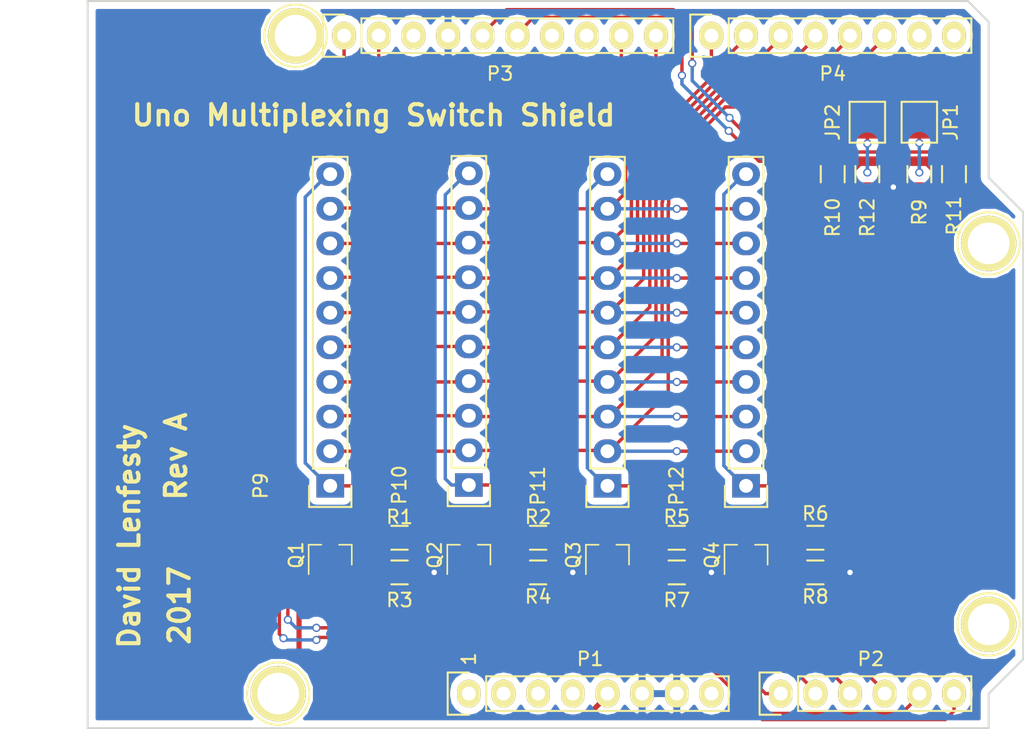
<source format=kicad_pcb>
(kicad_pcb (version 4) (host pcbnew 4.0.6-e0-6349~53~ubuntu16.04.1)

  (general
    (links 74)
    (no_connects 0)
    (area 110.922999 72.949999 179.653001 126.440001)
    (thickness 1.6)
    (drawings 31)
    (tracks 336)
    (zones 0)
    (modules 30)
    (nets 43)
  )

  (page A4)
  (title_block
    (date "lun. 30 mars 2015")
  )

  (layers
    (0 F.Cu signal)
    (31 B.Cu signal)
    (32 B.Adhes user)
    (33 F.Adhes user)
    (34 B.Paste user)
    (35 F.Paste user)
    (36 B.SilkS user)
    (37 F.SilkS user)
    (38 B.Mask user)
    (39 F.Mask user)
    (40 Dwgs.User user)
    (41 Cmts.User user)
    (42 Eco1.User user)
    (43 Eco2.User user)
    (44 Edge.Cuts user)
    (45 Margin user)
    (46 B.CrtYd user)
    (47 F.CrtYd user)
    (48 B.Fab user)
    (49 F.Fab user)
  )

  (setup
    (last_trace_width 0.25)
    (user_trace_width 0.381)
    (trace_clearance 0.2)
    (zone_clearance 0.508)
    (zone_45_only no)
    (trace_min 0.2)
    (segment_width 0.15)
    (edge_width 0.15)
    (via_size 0.6)
    (via_drill 0.4)
    (via_min_size 0.4)
    (via_min_drill 0.3)
    (uvia_size 0.3)
    (uvia_drill 0.1)
    (uvias_allowed no)
    (uvia_min_size 0)
    (uvia_min_drill 0)
    (pcb_text_width 0.3)
    (pcb_text_size 1.5 1.5)
    (mod_edge_width 0.15)
    (mod_text_size 1 1)
    (mod_text_width 0.15)
    (pad_size 4.064 4.064)
    (pad_drill 3.048)
    (pad_to_mask_clearance 0)
    (aux_axis_origin 110.998 126.365)
    (grid_origin 110.998 126.365)
    (visible_elements FFFFFF7F)
    (pcbplotparams
      (layerselection 0x010f0_80000001)
      (usegerberextensions false)
      (excludeedgelayer true)
      (linewidth 0.100000)
      (plotframeref false)
      (viasonmask false)
      (mode 1)
      (useauxorigin false)
      (hpglpennumber 1)
      (hpglpenspeed 20)
      (hpglpendiameter 15)
      (hpglpenoverlay 2)
      (psnegative false)
      (psa4output false)
      (plotreference true)
      (plotvalue true)
      (plotinvisibletext false)
      (padsonsilk false)
      (subtractmaskfromsilk false)
      (outputformat 1)
      (mirror false)
      (drillshape 0)
      (scaleselection 1)
      (outputdirectory Gerbers/))
  )

  (net 0 "")
  (net 1 /IOREF)
  (net 2 /Reset)
  (net 3 +5V)
  (net 4 GND)
  (net 5 /Vin)
  (net 6 /A0)
  (net 7 /A1)
  (net 8 /A2)
  (net 9 /A3)
  (net 10 /AREF)
  (net 11 "/A4(SDA)")
  (net 12 "/A5(SCL)")
  (net 13 "/9(**)")
  (net 14 /8)
  (net 15 /7)
  (net 16 "/6(**)")
  (net 17 "/5(**)")
  (net 18 /4)
  (net 19 "/3(**)")
  (net 20 /2)
  (net 21 "/1(Tx)")
  (net 22 "/0(Rx)")
  (net 23 "Net-(P5-Pad1)")
  (net 24 "Net-(P6-Pad1)")
  (net 25 "Net-(P7-Pad1)")
  (net 26 "Net-(P8-Pad1)")
  (net 27 "/13(SCK)")
  (net 28 "/10(**/SS)")
  (net 29 "Net-(P1-Pad1)")
  (net 30 +3V3)
  (net 31 "/12(MISO)")
  (net 32 "/11(**/MOSI)")
  (net 33 "Net-(JP1-Pad2)")
  (net 34 "Net-(JP2-Pad2)")
  (net 35 "Net-(P9-Pad1)")
  (net 36 "Net-(P10-Pad1)")
  (net 37 "Net-(P11-Pad1)")
  (net 38 "Net-(P12-Pad1)")
  (net 39 "Net-(Q1-Pad2)")
  (net 40 "Net-(Q2-Pad2)")
  (net 41 "Net-(Q3-Pad2)")
  (net 42 "Net-(Q4-Pad2)")

  (net_class Default "This is the default net class."
    (clearance 0.2)
    (trace_width 0.25)
    (via_dia 0.6)
    (via_drill 0.4)
    (uvia_dia 0.3)
    (uvia_drill 0.1)
    (add_net +3V3)
    (add_net +5V)
    (add_net "/0(Rx)")
    (add_net "/1(Tx)")
    (add_net "/10(**/SS)")
    (add_net "/11(**/MOSI)")
    (add_net "/12(MISO)")
    (add_net "/13(SCK)")
    (add_net /2)
    (add_net "/3(**)")
    (add_net /4)
    (add_net "/5(**)")
    (add_net "/6(**)")
    (add_net /7)
    (add_net /8)
    (add_net "/9(**)")
    (add_net /A0)
    (add_net /A1)
    (add_net /A2)
    (add_net /A3)
    (add_net "/A4(SDA)")
    (add_net "/A5(SCL)")
    (add_net /AREF)
    (add_net /IOREF)
    (add_net /Reset)
    (add_net /Vin)
    (add_net GND)
    (add_net "Net-(JP1-Pad2)")
    (add_net "Net-(JP2-Pad2)")
    (add_net "Net-(P1-Pad1)")
    (add_net "Net-(P10-Pad1)")
    (add_net "Net-(P11-Pad1)")
    (add_net "Net-(P12-Pad1)")
    (add_net "Net-(P5-Pad1)")
    (add_net "Net-(P6-Pad1)")
    (add_net "Net-(P7-Pad1)")
    (add_net "Net-(P8-Pad1)")
    (add_net "Net-(P9-Pad1)")
    (add_net "Net-(Q1-Pad2)")
    (add_net "Net-(Q2-Pad2)")
    (add_net "Net-(Q3-Pad2)")
    (add_net "Net-(Q4-Pad2)")
  )

  (module Socket_Arduino_Uno:Socket_Strip_Arduino_1x08 locked (layer F.Cu) (tedit 552168D2) (tstamp 551AF9EA)
    (at 138.938 123.825)
    (descr "Through hole socket strip")
    (tags "socket strip")
    (path /56D70129)
    (fp_text reference P1 (at 8.89 -2.54) (layer F.SilkS)
      (effects (font (size 1 1) (thickness 0.15)))
    )
    (fp_text value Power (at 8.89 -4.064) (layer F.Fab)
      (effects (font (size 1 1) (thickness 0.15)))
    )
    (fp_line (start -1.75 -1.75) (end -1.75 1.75) (layer F.CrtYd) (width 0.05))
    (fp_line (start 19.55 -1.75) (end 19.55 1.75) (layer F.CrtYd) (width 0.05))
    (fp_line (start -1.75 -1.75) (end 19.55 -1.75) (layer F.CrtYd) (width 0.05))
    (fp_line (start -1.75 1.75) (end 19.55 1.75) (layer F.CrtYd) (width 0.05))
    (fp_line (start 1.27 1.27) (end 19.05 1.27) (layer F.SilkS) (width 0.15))
    (fp_line (start 19.05 1.27) (end 19.05 -1.27) (layer F.SilkS) (width 0.15))
    (fp_line (start 19.05 -1.27) (end 1.27 -1.27) (layer F.SilkS) (width 0.15))
    (fp_line (start -1.55 1.55) (end 0 1.55) (layer F.SilkS) (width 0.15))
    (fp_line (start 1.27 1.27) (end 1.27 -1.27) (layer F.SilkS) (width 0.15))
    (fp_line (start 0 -1.55) (end -1.55 -1.55) (layer F.SilkS) (width 0.15))
    (fp_line (start -1.55 -1.55) (end -1.55 1.55) (layer F.SilkS) (width 0.15))
    (pad 1 thru_hole oval (at 0 0) (size 1.7272 2.032) (drill 1.016) (layers *.Cu *.Mask F.SilkS)
      (net 29 "Net-(P1-Pad1)"))
    (pad 2 thru_hole oval (at 2.54 0) (size 1.7272 2.032) (drill 1.016) (layers *.Cu *.Mask F.SilkS)
      (net 1 /IOREF))
    (pad 3 thru_hole oval (at 5.08 0) (size 1.7272 2.032) (drill 1.016) (layers *.Cu *.Mask F.SilkS)
      (net 2 /Reset))
    (pad 4 thru_hole oval (at 7.62 0) (size 1.7272 2.032) (drill 1.016) (layers *.Cu *.Mask F.SilkS)
      (net 30 +3V3))
    (pad 5 thru_hole oval (at 10.16 0) (size 1.7272 2.032) (drill 1.016) (layers *.Cu *.Mask F.SilkS)
      (net 3 +5V))
    (pad 6 thru_hole oval (at 12.7 0) (size 1.7272 2.032) (drill 1.016) (layers *.Cu *.Mask F.SilkS)
      (net 4 GND))
    (pad 7 thru_hole oval (at 15.24 0) (size 1.7272 2.032) (drill 1.016) (layers *.Cu *.Mask F.SilkS)
      (net 4 GND))
    (pad 8 thru_hole oval (at 17.78 0) (size 1.7272 2.032) (drill 1.016) (layers *.Cu *.Mask F.SilkS)
      (net 5 /Vin))
    (model ${KIPRJMOD}/Socket_Arduino_Uno.3dshapes/Socket_header_Arduino_1x08.wrl
      (at (xyz 0.35 0 0))
      (scale (xyz 1 1 1))
      (rotate (xyz 0 0 180))
    )
  )

  (module Socket_Arduino_Uno:Socket_Strip_Arduino_1x06 locked (layer F.Cu) (tedit 552168D6) (tstamp 551AF9FF)
    (at 161.798 123.825)
    (descr "Through hole socket strip")
    (tags "socket strip")
    (path /56D70DD8)
    (fp_text reference P2 (at 6.604 -2.54) (layer F.SilkS)
      (effects (font (size 1 1) (thickness 0.15)))
    )
    (fp_text value Analog (at 6.604 -4.064) (layer F.Fab)
      (effects (font (size 1 1) (thickness 0.15)))
    )
    (fp_line (start -1.75 -1.75) (end -1.75 1.75) (layer F.CrtYd) (width 0.05))
    (fp_line (start 14.45 -1.75) (end 14.45 1.75) (layer F.CrtYd) (width 0.05))
    (fp_line (start -1.75 -1.75) (end 14.45 -1.75) (layer F.CrtYd) (width 0.05))
    (fp_line (start -1.75 1.75) (end 14.45 1.75) (layer F.CrtYd) (width 0.05))
    (fp_line (start 1.27 1.27) (end 13.97 1.27) (layer F.SilkS) (width 0.15))
    (fp_line (start 13.97 1.27) (end 13.97 -1.27) (layer F.SilkS) (width 0.15))
    (fp_line (start 13.97 -1.27) (end 1.27 -1.27) (layer F.SilkS) (width 0.15))
    (fp_line (start -1.55 1.55) (end 0 1.55) (layer F.SilkS) (width 0.15))
    (fp_line (start 1.27 1.27) (end 1.27 -1.27) (layer F.SilkS) (width 0.15))
    (fp_line (start 0 -1.55) (end -1.55 -1.55) (layer F.SilkS) (width 0.15))
    (fp_line (start -1.55 -1.55) (end -1.55 1.55) (layer F.SilkS) (width 0.15))
    (pad 1 thru_hole oval (at 0 0) (size 1.7272 2.032) (drill 1.016) (layers *.Cu *.Mask F.SilkS)
      (net 6 /A0))
    (pad 2 thru_hole oval (at 2.54 0) (size 1.7272 2.032) (drill 1.016) (layers *.Cu *.Mask F.SilkS)
      (net 7 /A1))
    (pad 3 thru_hole oval (at 5.08 0) (size 1.7272 2.032) (drill 1.016) (layers *.Cu *.Mask F.SilkS)
      (net 8 /A2))
    (pad 4 thru_hole oval (at 7.62 0) (size 1.7272 2.032) (drill 1.016) (layers *.Cu *.Mask F.SilkS)
      (net 9 /A3))
    (pad 5 thru_hole oval (at 10.16 0) (size 1.7272 2.032) (drill 1.016) (layers *.Cu *.Mask F.SilkS)
      (net 11 "/A4(SDA)"))
    (pad 6 thru_hole oval (at 12.7 0) (size 1.7272 2.032) (drill 1.016) (layers *.Cu *.Mask F.SilkS)
      (net 12 "/A5(SCL)"))
    (model ${KIPRJMOD}/Socket_Arduino_Uno.3dshapes/Socket_header_Arduino_1x06.wrl
      (at (xyz 0.25 0 0))
      (scale (xyz 1 1 1))
      (rotate (xyz 0 0 180))
    )
  )

  (module Socket_Arduino_Uno:Socket_Strip_Arduino_1x10 locked (layer F.Cu) (tedit 552168BF) (tstamp 551AFA18)
    (at 129.794 75.565)
    (descr "Through hole socket strip")
    (tags "socket strip")
    (path /56D721E0)
    (fp_text reference P3 (at 11.43 2.794) (layer F.SilkS)
      (effects (font (size 1 1) (thickness 0.15)))
    )
    (fp_text value Digital (at 11.43 4.318) (layer F.Fab)
      (effects (font (size 1 1) (thickness 0.15)))
    )
    (fp_line (start -1.75 -1.75) (end -1.75 1.75) (layer F.CrtYd) (width 0.05))
    (fp_line (start 24.65 -1.75) (end 24.65 1.75) (layer F.CrtYd) (width 0.05))
    (fp_line (start -1.75 -1.75) (end 24.65 -1.75) (layer F.CrtYd) (width 0.05))
    (fp_line (start -1.75 1.75) (end 24.65 1.75) (layer F.CrtYd) (width 0.05))
    (fp_line (start 1.27 1.27) (end 24.13 1.27) (layer F.SilkS) (width 0.15))
    (fp_line (start 24.13 1.27) (end 24.13 -1.27) (layer F.SilkS) (width 0.15))
    (fp_line (start 24.13 -1.27) (end 1.27 -1.27) (layer F.SilkS) (width 0.15))
    (fp_line (start -1.55 1.55) (end 0 1.55) (layer F.SilkS) (width 0.15))
    (fp_line (start 1.27 1.27) (end 1.27 -1.27) (layer F.SilkS) (width 0.15))
    (fp_line (start 0 -1.55) (end -1.55 -1.55) (layer F.SilkS) (width 0.15))
    (fp_line (start -1.55 -1.55) (end -1.55 1.55) (layer F.SilkS) (width 0.15))
    (pad 1 thru_hole oval (at 0 0) (size 1.7272 2.032) (drill 1.016) (layers *.Cu *.Mask F.SilkS)
      (net 12 "/A5(SCL)"))
    (pad 2 thru_hole oval (at 2.54 0) (size 1.7272 2.032) (drill 1.016) (layers *.Cu *.Mask F.SilkS)
      (net 11 "/A4(SDA)"))
    (pad 3 thru_hole oval (at 5.08 0) (size 1.7272 2.032) (drill 1.016) (layers *.Cu *.Mask F.SilkS)
      (net 10 /AREF))
    (pad 4 thru_hole oval (at 7.62 0) (size 1.7272 2.032) (drill 1.016) (layers *.Cu *.Mask F.SilkS)
      (net 4 GND))
    (pad 5 thru_hole oval (at 10.16 0) (size 1.7272 2.032) (drill 1.016) (layers *.Cu *.Mask F.SilkS)
      (net 27 "/13(SCK)"))
    (pad 6 thru_hole oval (at 12.7 0) (size 1.7272 2.032) (drill 1.016) (layers *.Cu *.Mask F.SilkS)
      (net 31 "/12(MISO)"))
    (pad 7 thru_hole oval (at 15.24 0) (size 1.7272 2.032) (drill 1.016) (layers *.Cu *.Mask F.SilkS)
      (net 32 "/11(**/MOSI)"))
    (pad 8 thru_hole oval (at 17.78 0) (size 1.7272 2.032) (drill 1.016) (layers *.Cu *.Mask F.SilkS)
      (net 28 "/10(**/SS)"))
    (pad 9 thru_hole oval (at 20.32 0) (size 1.7272 2.032) (drill 1.016) (layers *.Cu *.Mask F.SilkS)
      (net 13 "/9(**)"))
    (pad 10 thru_hole oval (at 22.86 0) (size 1.7272 2.032) (drill 1.016) (layers *.Cu *.Mask F.SilkS)
      (net 14 /8))
    (model ${KIPRJMOD}/Socket_Arduino_Uno.3dshapes/Socket_header_Arduino_1x10.wrl
      (at (xyz 0.45 0 0))
      (scale (xyz 1 1 1))
      (rotate (xyz 0 0 180))
    )
  )

  (module Socket_Arduino_Uno:Socket_Strip_Arduino_1x08 locked (layer F.Cu) (tedit 552168C7) (tstamp 551AFA2F)
    (at 156.718 75.565)
    (descr "Through hole socket strip")
    (tags "socket strip")
    (path /56D7164F)
    (fp_text reference P4 (at 8.89 2.794) (layer F.SilkS)
      (effects (font (size 1 1) (thickness 0.15)))
    )
    (fp_text value Digital (at 8.89 4.318) (layer F.Fab)
      (effects (font (size 1 1) (thickness 0.15)))
    )
    (fp_line (start -1.75 -1.75) (end -1.75 1.75) (layer F.CrtYd) (width 0.05))
    (fp_line (start 19.55 -1.75) (end 19.55 1.75) (layer F.CrtYd) (width 0.05))
    (fp_line (start -1.75 -1.75) (end 19.55 -1.75) (layer F.CrtYd) (width 0.05))
    (fp_line (start -1.75 1.75) (end 19.55 1.75) (layer F.CrtYd) (width 0.05))
    (fp_line (start 1.27 1.27) (end 19.05 1.27) (layer F.SilkS) (width 0.15))
    (fp_line (start 19.05 1.27) (end 19.05 -1.27) (layer F.SilkS) (width 0.15))
    (fp_line (start 19.05 -1.27) (end 1.27 -1.27) (layer F.SilkS) (width 0.15))
    (fp_line (start -1.55 1.55) (end 0 1.55) (layer F.SilkS) (width 0.15))
    (fp_line (start 1.27 1.27) (end 1.27 -1.27) (layer F.SilkS) (width 0.15))
    (fp_line (start 0 -1.55) (end -1.55 -1.55) (layer F.SilkS) (width 0.15))
    (fp_line (start -1.55 -1.55) (end -1.55 1.55) (layer F.SilkS) (width 0.15))
    (pad 1 thru_hole oval (at 0 0) (size 1.7272 2.032) (drill 1.016) (layers *.Cu *.Mask F.SilkS)
      (net 15 /7))
    (pad 2 thru_hole oval (at 2.54 0) (size 1.7272 2.032) (drill 1.016) (layers *.Cu *.Mask F.SilkS)
      (net 16 "/6(**)"))
    (pad 3 thru_hole oval (at 5.08 0) (size 1.7272 2.032) (drill 1.016) (layers *.Cu *.Mask F.SilkS)
      (net 17 "/5(**)"))
    (pad 4 thru_hole oval (at 7.62 0) (size 1.7272 2.032) (drill 1.016) (layers *.Cu *.Mask F.SilkS)
      (net 18 /4))
    (pad 5 thru_hole oval (at 10.16 0) (size 1.7272 2.032) (drill 1.016) (layers *.Cu *.Mask F.SilkS)
      (net 19 "/3(**)"))
    (pad 6 thru_hole oval (at 12.7 0) (size 1.7272 2.032) (drill 1.016) (layers *.Cu *.Mask F.SilkS)
      (net 20 /2))
    (pad 7 thru_hole oval (at 15.24 0) (size 1.7272 2.032) (drill 1.016) (layers *.Cu *.Mask F.SilkS)
      (net 21 "/1(Tx)"))
    (pad 8 thru_hole oval (at 17.78 0) (size 1.7272 2.032) (drill 1.016) (layers *.Cu *.Mask F.SilkS)
      (net 22 "/0(Rx)"))
    (model ${KIPRJMOD}/Socket_Arduino_Uno.3dshapes/Socket_header_Arduino_1x08.wrl
      (at (xyz 0.35 0 0))
      (scale (xyz 1 1 1))
      (rotate (xyz 0 0 180))
    )
  )

  (module Socket_Arduino_Uno:Arduino_1pin locked (layer F.Cu) (tedit 5524FC39) (tstamp 5524FC3F)
    (at 124.968 123.825)
    (descr "module 1 pin (ou trou mecanique de percage)")
    (tags DEV)
    (path /56D71177)
    (fp_text reference P5 (at 0 -3.048) (layer F.SilkS) hide
      (effects (font (size 1 1) (thickness 0.15)))
    )
    (fp_text value CONN_01X01 (at 0 2.794) (layer F.Fab) hide
      (effects (font (size 1 1) (thickness 0.15)))
    )
    (fp_circle (center 0 0) (end 0 -2.286) (layer F.SilkS) (width 0.15))
    (pad 1 thru_hole circle (at 0 0) (size 4.064 4.064) (drill 3.048) (layers *.Cu *.Mask F.SilkS)
      (net 23 "Net-(P5-Pad1)"))
  )

  (module Socket_Arduino_Uno:Arduino_1pin locked (layer F.Cu) (tedit 5524FC4A) (tstamp 5524FC44)
    (at 177.038 118.745)
    (descr "module 1 pin (ou trou mecanique de percage)")
    (tags DEV)
    (path /56D71274)
    (fp_text reference P6 (at 0 -3.048) (layer F.SilkS) hide
      (effects (font (size 1 1) (thickness 0.15)))
    )
    (fp_text value CONN_01X01 (at 0 2.794) (layer F.Fab) hide
      (effects (font (size 1 1) (thickness 0.15)))
    )
    (fp_circle (center 0 0) (end 0 -2.286) (layer F.SilkS) (width 0.15))
    (pad 1 thru_hole circle (at 0 0) (size 4.064 4.064) (drill 3.048) (layers *.Cu *.Mask F.SilkS)
      (net 24 "Net-(P6-Pad1)"))
  )

  (module Socket_Arduino_Uno:Arduino_1pin locked (layer F.Cu) (tedit 5524FC2F) (tstamp 5524FC49)
    (at 126.238 75.565)
    (descr "module 1 pin (ou trou mecanique de percage)")
    (tags DEV)
    (path /56D712A8)
    (fp_text reference P7 (at 0 -3.048) (layer F.SilkS) hide
      (effects (font (size 1 1) (thickness 0.15)))
    )
    (fp_text value CONN_01X01 (at 0 2.794) (layer F.Fab) hide
      (effects (font (size 1 1) (thickness 0.15)))
    )
    (fp_circle (center 0 0) (end 0 -2.286) (layer F.SilkS) (width 0.15))
    (pad 1 thru_hole circle (at 0 0) (size 4.064 4.064) (drill 3.048) (layers *.Cu *.Mask F.SilkS)
      (net 25 "Net-(P7-Pad1)"))
  )

  (module Socket_Arduino_Uno:Arduino_1pin locked (layer F.Cu) (tedit 5524FC41) (tstamp 5524FC4E)
    (at 177.038 90.805)
    (descr "module 1 pin (ou trou mecanique de percage)")
    (tags DEV)
    (path /56D712DB)
    (fp_text reference P8 (at 0 -3.048) (layer F.SilkS) hide
      (effects (font (size 1 1) (thickness 0.15)))
    )
    (fp_text value CONN_01X01 (at 0 2.794) (layer F.Fab) hide
      (effects (font (size 1 1) (thickness 0.15)))
    )
    (fp_circle (center 0 0) (end 0 -2.286) (layer F.SilkS) (width 0.15))
    (pad 1 thru_hole circle (at 0 0) (size 4.064 4.064) (drill 3.048) (layers *.Cu *.Mask F.SilkS)
      (net 26 "Net-(P8-Pad1)"))
  )

  (module Custom_Footprints:Jumper_SMD (layer F.Cu) (tedit 588BE8C1) (tstamp 597A3BE3)
    (at 171.958 81.915)
    (path /597A5424)
    (fp_text reference JP1 (at 2.3 0 90) (layer F.SilkS)
      (effects (font (size 1 1) (thickness 0.15)))
    )
    (fp_text value Jumper (at 0 -3.9) (layer F.Fab)
      (effects (font (size 1 1) (thickness 0.15)))
    )
    (fp_line (start -1.1 -1.5) (end 1.3 -1.5) (layer F.SilkS) (width 0.15))
    (fp_line (start 1.3 -1.5) (end 1.3 1.5) (layer F.SilkS) (width 0.15))
    (fp_line (start 1.3 1.5) (end -1.3 1.5) (layer F.SilkS) (width 0.15))
    (fp_line (start -1.3 1.5) (end -1.3 -1.5) (layer F.SilkS) (width 0.15))
    (fp_line (start -1.3 -1.5) (end -1.1 -1.5) (layer F.SilkS) (width 0.15))
    (pad 1 smd rect (at 0 -0.7) (size 2 1) (layers F.Cu F.Paste F.Mask)
      (net 3 +5V))
    (pad 2 smd rect (at 0 0.7) (size 2 1) (layers F.Cu F.Paste F.Mask)
      (net 33 "Net-(JP1-Pad2)"))
  )

  (module Custom_Footprints:Jumper_SMD (layer F.Cu) (tedit 588BE8C1) (tstamp 597A3BE9)
    (at 168.148 81.915)
    (path /597A5726)
    (fp_text reference JP2 (at -2.54 0 90) (layer F.SilkS)
      (effects (font (size 1 1) (thickness 0.15)))
    )
    (fp_text value Jumper (at 0 -3.9) (layer F.Fab)
      (effects (font (size 1 1) (thickness 0.15)))
    )
    (fp_line (start -1.1 -1.5) (end 1.3 -1.5) (layer F.SilkS) (width 0.15))
    (fp_line (start 1.3 -1.5) (end 1.3 1.5) (layer F.SilkS) (width 0.15))
    (fp_line (start 1.3 1.5) (end -1.3 1.5) (layer F.SilkS) (width 0.15))
    (fp_line (start -1.3 1.5) (end -1.3 -1.5) (layer F.SilkS) (width 0.15))
    (fp_line (start -1.3 -1.5) (end -1.1 -1.5) (layer F.SilkS) (width 0.15))
    (pad 1 smd rect (at 0 -0.7) (size 2 1) (layers F.Cu F.Paste F.Mask)
      (net 3 +5V))
    (pad 2 smd rect (at 0 0.7) (size 2 1) (layers F.Cu F.Paste F.Mask)
      (net 34 "Net-(JP2-Pad2)"))
  )

  (module Socket_Strips:Socket_Strip_Straight_1x10 (layer F.Cu) (tedit 0) (tstamp 597A3BF7)
    (at 128.778 108.585 90)
    (descr "Through hole socket strip")
    (tags "socket strip")
    (path /597A3729)
    (fp_text reference P9 (at 0 -5.1 90) (layer F.SilkS)
      (effects (font (size 1 1) (thickness 0.15)))
    )
    (fp_text value CONN_01X10 (at 0 -3.1 90) (layer F.Fab)
      (effects (font (size 1 1) (thickness 0.15)))
    )
    (fp_line (start -1.75 -1.75) (end -1.75 1.75) (layer F.CrtYd) (width 0.05))
    (fp_line (start 24.65 -1.75) (end 24.65 1.75) (layer F.CrtYd) (width 0.05))
    (fp_line (start -1.75 -1.75) (end 24.65 -1.75) (layer F.CrtYd) (width 0.05))
    (fp_line (start -1.75 1.75) (end 24.65 1.75) (layer F.CrtYd) (width 0.05))
    (fp_line (start 1.27 1.27) (end 24.13 1.27) (layer F.SilkS) (width 0.15))
    (fp_line (start 24.13 1.27) (end 24.13 -1.27) (layer F.SilkS) (width 0.15))
    (fp_line (start 24.13 -1.27) (end 1.27 -1.27) (layer F.SilkS) (width 0.15))
    (fp_line (start -1.55 1.55) (end 0 1.55) (layer F.SilkS) (width 0.15))
    (fp_line (start 1.27 1.27) (end 1.27 -1.27) (layer F.SilkS) (width 0.15))
    (fp_line (start 0 -1.55) (end -1.55 -1.55) (layer F.SilkS) (width 0.15))
    (fp_line (start -1.55 -1.55) (end -1.55 1.55) (layer F.SilkS) (width 0.15))
    (pad 1 thru_hole rect (at 0 0 90) (size 1.7272 2.032) (drill 1.016) (layers *.Cu *.Mask)
      (net 35 "Net-(P9-Pad1)"))
    (pad 2 thru_hole oval (at 2.54 0 90) (size 1.7272 2.032) (drill 1.016) (layers *.Cu *.Mask)
      (net 20 /2))
    (pad 3 thru_hole oval (at 5.08 0 90) (size 1.7272 2.032) (drill 1.016) (layers *.Cu *.Mask)
      (net 19 "/3(**)"))
    (pad 4 thru_hole oval (at 7.62 0 90) (size 1.7272 2.032) (drill 1.016) (layers *.Cu *.Mask)
      (net 18 /4))
    (pad 5 thru_hole oval (at 10.16 0 90) (size 1.7272 2.032) (drill 1.016) (layers *.Cu *.Mask)
      (net 17 "/5(**)"))
    (pad 6 thru_hole oval (at 12.7 0 90) (size 1.7272 2.032) (drill 1.016) (layers *.Cu *.Mask)
      (net 16 "/6(**)"))
    (pad 7 thru_hole oval (at 15.24 0 90) (size 1.7272 2.032) (drill 1.016) (layers *.Cu *.Mask)
      (net 15 /7))
    (pad 8 thru_hole oval (at 17.78 0 90) (size 1.7272 2.032) (drill 1.016) (layers *.Cu *.Mask)
      (net 14 /8))
    (pad 9 thru_hole oval (at 20.32 0 90) (size 1.7272 2.032) (drill 1.016) (layers *.Cu *.Mask)
      (net 13 "/9(**)"))
    (pad 10 thru_hole oval (at 22.86 0 90) (size 1.7272 2.032) (drill 1.016) (layers *.Cu *.Mask)
      (net 35 "Net-(P9-Pad1)"))
    (model Socket_Strips.3dshapes/Socket_Strip_Straight_1x10.wrl
      (at (xyz 0.45 0 0))
      (scale (xyz 1 1 1))
      (rotate (xyz 0 0 180))
    )
  )

  (module Socket_Strips:Socket_Strip_Straight_1x10 (layer F.Cu) (tedit 0) (tstamp 597A3C05)
    (at 138.938 108.525 90)
    (descr "Through hole socket strip")
    (tags "socket strip")
    (path /597A4D30)
    (fp_text reference P10 (at 0 -5.1 90) (layer F.SilkS)
      (effects (font (size 1 1) (thickness 0.15)))
    )
    (fp_text value CONN_01X10 (at 0 -3.1 90) (layer F.Fab)
      (effects (font (size 1 1) (thickness 0.15)))
    )
    (fp_line (start -1.75 -1.75) (end -1.75 1.75) (layer F.CrtYd) (width 0.05))
    (fp_line (start 24.65 -1.75) (end 24.65 1.75) (layer F.CrtYd) (width 0.05))
    (fp_line (start -1.75 -1.75) (end 24.65 -1.75) (layer F.CrtYd) (width 0.05))
    (fp_line (start -1.75 1.75) (end 24.65 1.75) (layer F.CrtYd) (width 0.05))
    (fp_line (start 1.27 1.27) (end 24.13 1.27) (layer F.SilkS) (width 0.15))
    (fp_line (start 24.13 1.27) (end 24.13 -1.27) (layer F.SilkS) (width 0.15))
    (fp_line (start 24.13 -1.27) (end 1.27 -1.27) (layer F.SilkS) (width 0.15))
    (fp_line (start -1.55 1.55) (end 0 1.55) (layer F.SilkS) (width 0.15))
    (fp_line (start 1.27 1.27) (end 1.27 -1.27) (layer F.SilkS) (width 0.15))
    (fp_line (start 0 -1.55) (end -1.55 -1.55) (layer F.SilkS) (width 0.15))
    (fp_line (start -1.55 -1.55) (end -1.55 1.55) (layer F.SilkS) (width 0.15))
    (pad 1 thru_hole rect (at 0 0 90) (size 1.7272 2.032) (drill 1.016) (layers *.Cu *.Mask)
      (net 36 "Net-(P10-Pad1)"))
    (pad 2 thru_hole oval (at 2.54 0 90) (size 1.7272 2.032) (drill 1.016) (layers *.Cu *.Mask)
      (net 20 /2))
    (pad 3 thru_hole oval (at 5.08 0 90) (size 1.7272 2.032) (drill 1.016) (layers *.Cu *.Mask)
      (net 19 "/3(**)"))
    (pad 4 thru_hole oval (at 7.62 0 90) (size 1.7272 2.032) (drill 1.016) (layers *.Cu *.Mask)
      (net 18 /4))
    (pad 5 thru_hole oval (at 10.16 0 90) (size 1.7272 2.032) (drill 1.016) (layers *.Cu *.Mask)
      (net 17 "/5(**)"))
    (pad 6 thru_hole oval (at 12.7 0 90) (size 1.7272 2.032) (drill 1.016) (layers *.Cu *.Mask)
      (net 16 "/6(**)"))
    (pad 7 thru_hole oval (at 15.24 0 90) (size 1.7272 2.032) (drill 1.016) (layers *.Cu *.Mask)
      (net 15 /7))
    (pad 8 thru_hole oval (at 17.78 0 90) (size 1.7272 2.032) (drill 1.016) (layers *.Cu *.Mask)
      (net 14 /8))
    (pad 9 thru_hole oval (at 20.32 0 90) (size 1.7272 2.032) (drill 1.016) (layers *.Cu *.Mask)
      (net 13 "/9(**)"))
    (pad 10 thru_hole oval (at 22.86 0 90) (size 1.7272 2.032) (drill 1.016) (layers *.Cu *.Mask)
      (net 36 "Net-(P10-Pad1)"))
    (model Socket_Strips.3dshapes/Socket_Strip_Straight_1x10.wrl
      (at (xyz 0.45 0 0))
      (scale (xyz 1 1 1))
      (rotate (xyz 0 0 180))
    )
  )

  (module Socket_Strips:Socket_Strip_Straight_1x10 (layer F.Cu) (tedit 0) (tstamp 597A3C13)
    (at 149.098 108.585 90)
    (descr "Through hole socket strip")
    (tags "socket strip")
    (path /597A504A)
    (fp_text reference P11 (at 0 -5.1 90) (layer F.SilkS)
      (effects (font (size 1 1) (thickness 0.15)))
    )
    (fp_text value CONN_01X10 (at 0 -3.1 90) (layer F.Fab)
      (effects (font (size 1 1) (thickness 0.15)))
    )
    (fp_line (start -1.75 -1.75) (end -1.75 1.75) (layer F.CrtYd) (width 0.05))
    (fp_line (start 24.65 -1.75) (end 24.65 1.75) (layer F.CrtYd) (width 0.05))
    (fp_line (start -1.75 -1.75) (end 24.65 -1.75) (layer F.CrtYd) (width 0.05))
    (fp_line (start -1.75 1.75) (end 24.65 1.75) (layer F.CrtYd) (width 0.05))
    (fp_line (start 1.27 1.27) (end 24.13 1.27) (layer F.SilkS) (width 0.15))
    (fp_line (start 24.13 1.27) (end 24.13 -1.27) (layer F.SilkS) (width 0.15))
    (fp_line (start 24.13 -1.27) (end 1.27 -1.27) (layer F.SilkS) (width 0.15))
    (fp_line (start -1.55 1.55) (end 0 1.55) (layer F.SilkS) (width 0.15))
    (fp_line (start 1.27 1.27) (end 1.27 -1.27) (layer F.SilkS) (width 0.15))
    (fp_line (start 0 -1.55) (end -1.55 -1.55) (layer F.SilkS) (width 0.15))
    (fp_line (start -1.55 -1.55) (end -1.55 1.55) (layer F.SilkS) (width 0.15))
    (pad 1 thru_hole rect (at 0 0 90) (size 1.7272 2.032) (drill 1.016) (layers *.Cu *.Mask)
      (net 37 "Net-(P11-Pad1)"))
    (pad 2 thru_hole oval (at 2.54 0 90) (size 1.7272 2.032) (drill 1.016) (layers *.Cu *.Mask)
      (net 20 /2))
    (pad 3 thru_hole oval (at 5.08 0 90) (size 1.7272 2.032) (drill 1.016) (layers *.Cu *.Mask)
      (net 19 "/3(**)"))
    (pad 4 thru_hole oval (at 7.62 0 90) (size 1.7272 2.032) (drill 1.016) (layers *.Cu *.Mask)
      (net 18 /4))
    (pad 5 thru_hole oval (at 10.16 0 90) (size 1.7272 2.032) (drill 1.016) (layers *.Cu *.Mask)
      (net 17 "/5(**)"))
    (pad 6 thru_hole oval (at 12.7 0 90) (size 1.7272 2.032) (drill 1.016) (layers *.Cu *.Mask)
      (net 16 "/6(**)"))
    (pad 7 thru_hole oval (at 15.24 0 90) (size 1.7272 2.032) (drill 1.016) (layers *.Cu *.Mask)
      (net 15 /7))
    (pad 8 thru_hole oval (at 17.78 0 90) (size 1.7272 2.032) (drill 1.016) (layers *.Cu *.Mask)
      (net 14 /8))
    (pad 9 thru_hole oval (at 20.32 0 90) (size 1.7272 2.032) (drill 1.016) (layers *.Cu *.Mask)
      (net 13 "/9(**)"))
    (pad 10 thru_hole oval (at 22.86 0 90) (size 1.7272 2.032) (drill 1.016) (layers *.Cu *.Mask)
      (net 37 "Net-(P11-Pad1)"))
    (model Socket_Strips.3dshapes/Socket_Strip_Straight_1x10.wrl
      (at (xyz 0.45 0 0))
      (scale (xyz 1 1 1))
      (rotate (xyz 0 0 180))
    )
  )

  (module Socket_Strips:Socket_Strip_Straight_1x10 (layer F.Cu) (tedit 0) (tstamp 597A3C21)
    (at 159.258 108.585 90)
    (descr "Through hole socket strip")
    (tags "socket strip")
    (path /597A525C)
    (fp_text reference P12 (at 0 -5.1 90) (layer F.SilkS)
      (effects (font (size 1 1) (thickness 0.15)))
    )
    (fp_text value CONN_01X10 (at 0 -3.1 90) (layer F.Fab)
      (effects (font (size 1 1) (thickness 0.15)))
    )
    (fp_line (start -1.75 -1.75) (end -1.75 1.75) (layer F.CrtYd) (width 0.05))
    (fp_line (start 24.65 -1.75) (end 24.65 1.75) (layer F.CrtYd) (width 0.05))
    (fp_line (start -1.75 -1.75) (end 24.65 -1.75) (layer F.CrtYd) (width 0.05))
    (fp_line (start -1.75 1.75) (end 24.65 1.75) (layer F.CrtYd) (width 0.05))
    (fp_line (start 1.27 1.27) (end 24.13 1.27) (layer F.SilkS) (width 0.15))
    (fp_line (start 24.13 1.27) (end 24.13 -1.27) (layer F.SilkS) (width 0.15))
    (fp_line (start 24.13 -1.27) (end 1.27 -1.27) (layer F.SilkS) (width 0.15))
    (fp_line (start -1.55 1.55) (end 0 1.55) (layer F.SilkS) (width 0.15))
    (fp_line (start 1.27 1.27) (end 1.27 -1.27) (layer F.SilkS) (width 0.15))
    (fp_line (start 0 -1.55) (end -1.55 -1.55) (layer F.SilkS) (width 0.15))
    (fp_line (start -1.55 -1.55) (end -1.55 1.55) (layer F.SilkS) (width 0.15))
    (pad 1 thru_hole rect (at 0 0 90) (size 1.7272 2.032) (drill 1.016) (layers *.Cu *.Mask)
      (net 38 "Net-(P12-Pad1)"))
    (pad 2 thru_hole oval (at 2.54 0 90) (size 1.7272 2.032) (drill 1.016) (layers *.Cu *.Mask)
      (net 20 /2))
    (pad 3 thru_hole oval (at 5.08 0 90) (size 1.7272 2.032) (drill 1.016) (layers *.Cu *.Mask)
      (net 19 "/3(**)"))
    (pad 4 thru_hole oval (at 7.62 0 90) (size 1.7272 2.032) (drill 1.016) (layers *.Cu *.Mask)
      (net 18 /4))
    (pad 5 thru_hole oval (at 10.16 0 90) (size 1.7272 2.032) (drill 1.016) (layers *.Cu *.Mask)
      (net 17 "/5(**)"))
    (pad 6 thru_hole oval (at 12.7 0 90) (size 1.7272 2.032) (drill 1.016) (layers *.Cu *.Mask)
      (net 16 "/6(**)"))
    (pad 7 thru_hole oval (at 15.24 0 90) (size 1.7272 2.032) (drill 1.016) (layers *.Cu *.Mask)
      (net 15 /7))
    (pad 8 thru_hole oval (at 17.78 0 90) (size 1.7272 2.032) (drill 1.016) (layers *.Cu *.Mask)
      (net 14 /8))
    (pad 9 thru_hole oval (at 20.32 0 90) (size 1.7272 2.032) (drill 1.016) (layers *.Cu *.Mask)
      (net 13 "/9(**)"))
    (pad 10 thru_hole oval (at 22.86 0 90) (size 1.7272 2.032) (drill 1.016) (layers *.Cu *.Mask)
      (net 38 "Net-(P12-Pad1)"))
    (model Socket_Strips.3dshapes/Socket_Strip_Straight_1x10.wrl
      (at (xyz 0.45 0 0))
      (scale (xyz 1 1 1))
      (rotate (xyz 0 0 180))
    )
  )

  (module TO_SOT_Packages_SMD:SOT-23 (layer F.Cu) (tedit 583F39EB) (tstamp 597A3C28)
    (at 128.778 113.665 90)
    (descr "SOT-23, Standard")
    (tags SOT-23)
    (path /597A446E)
    (attr smd)
    (fp_text reference Q1 (at 0 -2.5 90) (layer F.SilkS)
      (effects (font (size 1 1) (thickness 0.15)))
    )
    (fp_text value Q_NPN_BEC (at 0 2.5 90) (layer F.Fab)
      (effects (font (size 1 1) (thickness 0.15)))
    )
    (fp_line (start -0.2 -1.52) (end -0.7 -1.02) (layer F.Fab) (width 0.1))
    (fp_line (start 0.76 1.58) (end 0.76 0.65) (layer F.SilkS) (width 0.12))
    (fp_line (start 0.76 -1.58) (end 0.76 -0.65) (layer F.SilkS) (width 0.12))
    (fp_line (start 0.7 -1.52) (end 0.7 1.52) (layer F.Fab) (width 0.1))
    (fp_line (start -0.7 1.52) (end 0.7 1.52) (layer F.Fab) (width 0.1))
    (fp_line (start -1.7 -1.75) (end 1.7 -1.75) (layer F.CrtYd) (width 0.05))
    (fp_line (start 1.7 -1.75) (end 1.7 1.75) (layer F.CrtYd) (width 0.05))
    (fp_line (start 1.7 1.75) (end -1.7 1.75) (layer F.CrtYd) (width 0.05))
    (fp_line (start -1.7 1.75) (end -1.7 -1.75) (layer F.CrtYd) (width 0.05))
    (fp_line (start 0.76 -1.58) (end -1.4 -1.58) (layer F.SilkS) (width 0.12))
    (fp_line (start -0.2 -1.52) (end 0.7 -1.52) (layer F.Fab) (width 0.1))
    (fp_line (start -0.7 -1.02) (end -0.7 1.52) (layer F.Fab) (width 0.1))
    (fp_line (start 0.76 1.58) (end -0.7 1.58) (layer F.SilkS) (width 0.12))
    (pad 1 smd rect (at -1 -0.95 90) (size 0.9 0.8) (layers F.Cu F.Paste F.Mask)
      (net 6 /A0))
    (pad 2 smd rect (at -1 0.95 90) (size 0.9 0.8) (layers F.Cu F.Paste F.Mask)
      (net 39 "Net-(Q1-Pad2)"))
    (pad 3 smd rect (at 1 0 90) (size 0.9 0.8) (layers F.Cu F.Paste F.Mask)
      (net 3 +5V))
    (model TO_SOT_Packages_SMD.3dshapes/SOT-23.wrl
      (at (xyz 0 0 0))
      (scale (xyz 1 1 1))
      (rotate (xyz 0 0 90))
    )
  )

  (module TO_SOT_Packages_SMD:SOT-23 (layer F.Cu) (tedit 583F39EB) (tstamp 597A3C2F)
    (at 138.938 113.665 90)
    (descr "SOT-23, Standard")
    (tags SOT-23)
    (path /597A4D48)
    (attr smd)
    (fp_text reference Q2 (at 0 -2.5 90) (layer F.SilkS)
      (effects (font (size 1 1) (thickness 0.15)))
    )
    (fp_text value Q_NPN_BEC (at 0 2.5 90) (layer F.Fab)
      (effects (font (size 1 1) (thickness 0.15)))
    )
    (fp_line (start -0.2 -1.52) (end -0.7 -1.02) (layer F.Fab) (width 0.1))
    (fp_line (start 0.76 1.58) (end 0.76 0.65) (layer F.SilkS) (width 0.12))
    (fp_line (start 0.76 -1.58) (end 0.76 -0.65) (layer F.SilkS) (width 0.12))
    (fp_line (start 0.7 -1.52) (end 0.7 1.52) (layer F.Fab) (width 0.1))
    (fp_line (start -0.7 1.52) (end 0.7 1.52) (layer F.Fab) (width 0.1))
    (fp_line (start -1.7 -1.75) (end 1.7 -1.75) (layer F.CrtYd) (width 0.05))
    (fp_line (start 1.7 -1.75) (end 1.7 1.75) (layer F.CrtYd) (width 0.05))
    (fp_line (start 1.7 1.75) (end -1.7 1.75) (layer F.CrtYd) (width 0.05))
    (fp_line (start -1.7 1.75) (end -1.7 -1.75) (layer F.CrtYd) (width 0.05))
    (fp_line (start 0.76 -1.58) (end -1.4 -1.58) (layer F.SilkS) (width 0.12))
    (fp_line (start -0.2 -1.52) (end 0.7 -1.52) (layer F.Fab) (width 0.1))
    (fp_line (start -0.7 -1.02) (end -0.7 1.52) (layer F.Fab) (width 0.1))
    (fp_line (start 0.76 1.58) (end -0.7 1.58) (layer F.SilkS) (width 0.12))
    (pad 1 smd rect (at -1 -0.95 90) (size 0.9 0.8) (layers F.Cu F.Paste F.Mask)
      (net 7 /A1))
    (pad 2 smd rect (at -1 0.95 90) (size 0.9 0.8) (layers F.Cu F.Paste F.Mask)
      (net 40 "Net-(Q2-Pad2)"))
    (pad 3 smd rect (at 1 0 90) (size 0.9 0.8) (layers F.Cu F.Paste F.Mask)
      (net 3 +5V))
    (model TO_SOT_Packages_SMD.3dshapes/SOT-23.wrl
      (at (xyz 0 0 0))
      (scale (xyz 1 1 1))
      (rotate (xyz 0 0 90))
    )
  )

  (module TO_SOT_Packages_SMD:SOT-23 (layer F.Cu) (tedit 583F39EB) (tstamp 597A3C36)
    (at 149.098 113.665 90)
    (descr "SOT-23, Standard")
    (tags SOT-23)
    (path /597A5062)
    (attr smd)
    (fp_text reference Q3 (at 0 -2.5 90) (layer F.SilkS)
      (effects (font (size 1 1) (thickness 0.15)))
    )
    (fp_text value Q_NPN_BEC (at 0 2.5 90) (layer F.Fab)
      (effects (font (size 1 1) (thickness 0.15)))
    )
    (fp_line (start -0.2 -1.52) (end -0.7 -1.02) (layer F.Fab) (width 0.1))
    (fp_line (start 0.76 1.58) (end 0.76 0.65) (layer F.SilkS) (width 0.12))
    (fp_line (start 0.76 -1.58) (end 0.76 -0.65) (layer F.SilkS) (width 0.12))
    (fp_line (start 0.7 -1.52) (end 0.7 1.52) (layer F.Fab) (width 0.1))
    (fp_line (start -0.7 1.52) (end 0.7 1.52) (layer F.Fab) (width 0.1))
    (fp_line (start -1.7 -1.75) (end 1.7 -1.75) (layer F.CrtYd) (width 0.05))
    (fp_line (start 1.7 -1.75) (end 1.7 1.75) (layer F.CrtYd) (width 0.05))
    (fp_line (start 1.7 1.75) (end -1.7 1.75) (layer F.CrtYd) (width 0.05))
    (fp_line (start -1.7 1.75) (end -1.7 -1.75) (layer F.CrtYd) (width 0.05))
    (fp_line (start 0.76 -1.58) (end -1.4 -1.58) (layer F.SilkS) (width 0.12))
    (fp_line (start -0.2 -1.52) (end 0.7 -1.52) (layer F.Fab) (width 0.1))
    (fp_line (start -0.7 -1.02) (end -0.7 1.52) (layer F.Fab) (width 0.1))
    (fp_line (start 0.76 1.58) (end -0.7 1.58) (layer F.SilkS) (width 0.12))
    (pad 1 smd rect (at -1 -0.95 90) (size 0.9 0.8) (layers F.Cu F.Paste F.Mask)
      (net 8 /A2))
    (pad 2 smd rect (at -1 0.95 90) (size 0.9 0.8) (layers F.Cu F.Paste F.Mask)
      (net 41 "Net-(Q3-Pad2)"))
    (pad 3 smd rect (at 1 0 90) (size 0.9 0.8) (layers F.Cu F.Paste F.Mask)
      (net 3 +5V))
    (model TO_SOT_Packages_SMD.3dshapes/SOT-23.wrl
      (at (xyz 0 0 0))
      (scale (xyz 1 1 1))
      (rotate (xyz 0 0 90))
    )
  )

  (module TO_SOT_Packages_SMD:SOT-23 (layer F.Cu) (tedit 583F39EB) (tstamp 597A3C3D)
    (at 159.258 113.665 90)
    (descr "SOT-23, Standard")
    (tags SOT-23)
    (path /597A5274)
    (attr smd)
    (fp_text reference Q4 (at 0 -2.5 90) (layer F.SilkS)
      (effects (font (size 1 1) (thickness 0.15)))
    )
    (fp_text value Q_NPN_BEC (at 0 2.5 90) (layer F.Fab)
      (effects (font (size 1 1) (thickness 0.15)))
    )
    (fp_line (start -0.2 -1.52) (end -0.7 -1.02) (layer F.Fab) (width 0.1))
    (fp_line (start 0.76 1.58) (end 0.76 0.65) (layer F.SilkS) (width 0.12))
    (fp_line (start 0.76 -1.58) (end 0.76 -0.65) (layer F.SilkS) (width 0.12))
    (fp_line (start 0.7 -1.52) (end 0.7 1.52) (layer F.Fab) (width 0.1))
    (fp_line (start -0.7 1.52) (end 0.7 1.52) (layer F.Fab) (width 0.1))
    (fp_line (start -1.7 -1.75) (end 1.7 -1.75) (layer F.CrtYd) (width 0.05))
    (fp_line (start 1.7 -1.75) (end 1.7 1.75) (layer F.CrtYd) (width 0.05))
    (fp_line (start 1.7 1.75) (end -1.7 1.75) (layer F.CrtYd) (width 0.05))
    (fp_line (start -1.7 1.75) (end -1.7 -1.75) (layer F.CrtYd) (width 0.05))
    (fp_line (start 0.76 -1.58) (end -1.4 -1.58) (layer F.SilkS) (width 0.12))
    (fp_line (start -0.2 -1.52) (end 0.7 -1.52) (layer F.Fab) (width 0.1))
    (fp_line (start -0.7 -1.02) (end -0.7 1.52) (layer F.Fab) (width 0.1))
    (fp_line (start 0.76 1.58) (end -0.7 1.58) (layer F.SilkS) (width 0.12))
    (pad 1 smd rect (at -1 -0.95 90) (size 0.9 0.8) (layers F.Cu F.Paste F.Mask)
      (net 9 /A3))
    (pad 2 smd rect (at -1 0.95 90) (size 0.9 0.8) (layers F.Cu F.Paste F.Mask)
      (net 42 "Net-(Q4-Pad2)"))
    (pad 3 smd rect (at 1 0 90) (size 0.9 0.8) (layers F.Cu F.Paste F.Mask)
      (net 3 +5V))
    (model TO_SOT_Packages_SMD.3dshapes/SOT-23.wrl
      (at (xyz 0 0 0))
      (scale (xyz 1 1 1))
      (rotate (xyz 0 0 90))
    )
  )

  (module Resistors_SMD:R_0805 (layer F.Cu) (tedit 58307B54) (tstamp 597A3C43)
    (at 133.858 112.395)
    (descr "Resistor SMD 0805, reflow soldering, Vishay (see dcrcw.pdf)")
    (tags "resistor 0805")
    (path /597A46FA)
    (attr smd)
    (fp_text reference R1 (at 0 -1.524) (layer F.SilkS)
      (effects (font (size 1 1) (thickness 0.15)))
    )
    (fp_text value 1K (at -0.066 -1.778) (layer F.Fab)
      (effects (font (size 1 1) (thickness 0.15)))
    )
    (fp_line (start -1 0.625) (end -1 -0.625) (layer F.Fab) (width 0.1))
    (fp_line (start 1 0.625) (end -1 0.625) (layer F.Fab) (width 0.1))
    (fp_line (start 1 -0.625) (end 1 0.625) (layer F.Fab) (width 0.1))
    (fp_line (start -1 -0.625) (end 1 -0.625) (layer F.Fab) (width 0.1))
    (fp_line (start -1.6 -1) (end 1.6 -1) (layer F.CrtYd) (width 0.05))
    (fp_line (start -1.6 1) (end 1.6 1) (layer F.CrtYd) (width 0.05))
    (fp_line (start -1.6 -1) (end -1.6 1) (layer F.CrtYd) (width 0.05))
    (fp_line (start 1.6 -1) (end 1.6 1) (layer F.CrtYd) (width 0.05))
    (fp_line (start 0.6 0.875) (end -0.6 0.875) (layer F.SilkS) (width 0.15))
    (fp_line (start -0.6 -0.875) (end 0.6 -0.875) (layer F.SilkS) (width 0.15))
    (pad 1 smd rect (at -0.95 0) (size 0.7 1.3) (layers F.Cu F.Paste F.Mask)
      (net 39 "Net-(Q1-Pad2)"))
    (pad 2 smd rect (at 0.95 0) (size 0.7 1.3) (layers F.Cu F.Paste F.Mask)
      (net 35 "Net-(P9-Pad1)"))
    (model Resistors_SMD.3dshapes/R_0805.wrl
      (at (xyz 0 0 0))
      (scale (xyz 1 1 1))
      (rotate (xyz 0 0 0))
    )
  )

  (module Resistors_SMD:R_0805 (layer F.Cu) (tedit 58307B54) (tstamp 597A3C49)
    (at 144.018 112.395)
    (descr "Resistor SMD 0805, reflow soldering, Vishay (see dcrcw.pdf)")
    (tags "resistor 0805")
    (path /597A4D5E)
    (attr smd)
    (fp_text reference R2 (at 0 -1.524) (layer F.SilkS)
      (effects (font (size 1 1) (thickness 0.15)))
    )
    (fp_text value 1K (at 0 -1.524) (layer F.Fab)
      (effects (font (size 1 1) (thickness 0.15)))
    )
    (fp_line (start -1 0.625) (end -1 -0.625) (layer F.Fab) (width 0.1))
    (fp_line (start 1 0.625) (end -1 0.625) (layer F.Fab) (width 0.1))
    (fp_line (start 1 -0.625) (end 1 0.625) (layer F.Fab) (width 0.1))
    (fp_line (start -1 -0.625) (end 1 -0.625) (layer F.Fab) (width 0.1))
    (fp_line (start -1.6 -1) (end 1.6 -1) (layer F.CrtYd) (width 0.05))
    (fp_line (start -1.6 1) (end 1.6 1) (layer F.CrtYd) (width 0.05))
    (fp_line (start -1.6 -1) (end -1.6 1) (layer F.CrtYd) (width 0.05))
    (fp_line (start 1.6 -1) (end 1.6 1) (layer F.CrtYd) (width 0.05))
    (fp_line (start 0.6 0.875) (end -0.6 0.875) (layer F.SilkS) (width 0.15))
    (fp_line (start -0.6 -0.875) (end 0.6 -0.875) (layer F.SilkS) (width 0.15))
    (pad 1 smd rect (at -0.95 0) (size 0.7 1.3) (layers F.Cu F.Paste F.Mask)
      (net 40 "Net-(Q2-Pad2)"))
    (pad 2 smd rect (at 0.95 0) (size 0.7 1.3) (layers F.Cu F.Paste F.Mask)
      (net 36 "Net-(P10-Pad1)"))
    (model Resistors_SMD.3dshapes/R_0805.wrl
      (at (xyz 0 0 0))
      (scale (xyz 1 1 1))
      (rotate (xyz 0 0 0))
    )
  )

  (module Resistors_SMD:R_0805 (layer F.Cu) (tedit 58307B54) (tstamp 597A3C4F)
    (at 133.858 114.935)
    (descr "Resistor SMD 0805, reflow soldering, Vishay (see dcrcw.pdf)")
    (tags "resistor 0805")
    (path /597A4660)
    (attr smd)
    (fp_text reference R3 (at 0 2.032) (layer F.SilkS)
      (effects (font (size 1 1) (thickness 0.15)))
    )
    (fp_text value 10K (at 0 2.1) (layer F.Fab)
      (effects (font (size 1 1) (thickness 0.15)))
    )
    (fp_line (start -1 0.625) (end -1 -0.625) (layer F.Fab) (width 0.1))
    (fp_line (start 1 0.625) (end -1 0.625) (layer F.Fab) (width 0.1))
    (fp_line (start 1 -0.625) (end 1 0.625) (layer F.Fab) (width 0.1))
    (fp_line (start -1 -0.625) (end 1 -0.625) (layer F.Fab) (width 0.1))
    (fp_line (start -1.6 -1) (end 1.6 -1) (layer F.CrtYd) (width 0.05))
    (fp_line (start -1.6 1) (end 1.6 1) (layer F.CrtYd) (width 0.05))
    (fp_line (start -1.6 -1) (end -1.6 1) (layer F.CrtYd) (width 0.05))
    (fp_line (start 1.6 -1) (end 1.6 1) (layer F.CrtYd) (width 0.05))
    (fp_line (start 0.6 0.875) (end -0.6 0.875) (layer F.SilkS) (width 0.15))
    (fp_line (start -0.6 -0.875) (end 0.6 -0.875) (layer F.SilkS) (width 0.15))
    (pad 1 smd rect (at -0.95 0) (size 0.7 1.3) (layers F.Cu F.Paste F.Mask)
      (net 39 "Net-(Q1-Pad2)"))
    (pad 2 smd rect (at 0.95 0) (size 0.7 1.3) (layers F.Cu F.Paste F.Mask)
      (net 4 GND))
    (model Resistors_SMD.3dshapes/R_0805.wrl
      (at (xyz 0 0 0))
      (scale (xyz 1 1 1))
      (rotate (xyz 0 0 0))
    )
  )

  (module Resistors_SMD:R_0805 (layer F.Cu) (tedit 58307B54) (tstamp 597A3C55)
    (at 144.018 114.935)
    (descr "Resistor SMD 0805, reflow soldering, Vishay (see dcrcw.pdf)")
    (tags "resistor 0805")
    (path /597A4D52)
    (attr smd)
    (fp_text reference R4 (at 0 1.778) (layer F.SilkS)
      (effects (font (size 1 1) (thickness 0.15)))
    )
    (fp_text value 10K (at 0 2.1) (layer F.Fab)
      (effects (font (size 1 1) (thickness 0.15)))
    )
    (fp_line (start -1 0.625) (end -1 -0.625) (layer F.Fab) (width 0.1))
    (fp_line (start 1 0.625) (end -1 0.625) (layer F.Fab) (width 0.1))
    (fp_line (start 1 -0.625) (end 1 0.625) (layer F.Fab) (width 0.1))
    (fp_line (start -1 -0.625) (end 1 -0.625) (layer F.Fab) (width 0.1))
    (fp_line (start -1.6 -1) (end 1.6 -1) (layer F.CrtYd) (width 0.05))
    (fp_line (start -1.6 1) (end 1.6 1) (layer F.CrtYd) (width 0.05))
    (fp_line (start -1.6 -1) (end -1.6 1) (layer F.CrtYd) (width 0.05))
    (fp_line (start 1.6 -1) (end 1.6 1) (layer F.CrtYd) (width 0.05))
    (fp_line (start 0.6 0.875) (end -0.6 0.875) (layer F.SilkS) (width 0.15))
    (fp_line (start -0.6 -0.875) (end 0.6 -0.875) (layer F.SilkS) (width 0.15))
    (pad 1 smd rect (at -0.95 0) (size 0.7 1.3) (layers F.Cu F.Paste F.Mask)
      (net 40 "Net-(Q2-Pad2)"))
    (pad 2 smd rect (at 0.95 0) (size 0.7 1.3) (layers F.Cu F.Paste F.Mask)
      (net 4 GND))
    (model Resistors_SMD.3dshapes/R_0805.wrl
      (at (xyz 0 0 0))
      (scale (xyz 1 1 1))
      (rotate (xyz 0 0 0))
    )
  )

  (module Resistors_SMD:R_0805 (layer F.Cu) (tedit 58307B54) (tstamp 597A3C5B)
    (at 154.178 112.395)
    (descr "Resistor SMD 0805, reflow soldering, Vishay (see dcrcw.pdf)")
    (tags "resistor 0805")
    (path /597A5078)
    (attr smd)
    (fp_text reference R5 (at 0 -1.524) (layer F.SilkS)
      (effects (font (size 1 1) (thickness 0.15)))
    )
    (fp_text value 1K (at 0 -1.27) (layer F.Fab)
      (effects (font (size 1 1) (thickness 0.15)))
    )
    (fp_line (start -1 0.625) (end -1 -0.625) (layer F.Fab) (width 0.1))
    (fp_line (start 1 0.625) (end -1 0.625) (layer F.Fab) (width 0.1))
    (fp_line (start 1 -0.625) (end 1 0.625) (layer F.Fab) (width 0.1))
    (fp_line (start -1 -0.625) (end 1 -0.625) (layer F.Fab) (width 0.1))
    (fp_line (start -1.6 -1) (end 1.6 -1) (layer F.CrtYd) (width 0.05))
    (fp_line (start -1.6 1) (end 1.6 1) (layer F.CrtYd) (width 0.05))
    (fp_line (start -1.6 -1) (end -1.6 1) (layer F.CrtYd) (width 0.05))
    (fp_line (start 1.6 -1) (end 1.6 1) (layer F.CrtYd) (width 0.05))
    (fp_line (start 0.6 0.875) (end -0.6 0.875) (layer F.SilkS) (width 0.15))
    (fp_line (start -0.6 -0.875) (end 0.6 -0.875) (layer F.SilkS) (width 0.15))
    (pad 1 smd rect (at -0.95 0) (size 0.7 1.3) (layers F.Cu F.Paste F.Mask)
      (net 41 "Net-(Q3-Pad2)"))
    (pad 2 smd rect (at 0.95 0) (size 0.7 1.3) (layers F.Cu F.Paste F.Mask)
      (net 37 "Net-(P11-Pad1)"))
    (model Resistors_SMD.3dshapes/R_0805.wrl
      (at (xyz 0 0 0))
      (scale (xyz 1 1 1))
      (rotate (xyz 0 0 0))
    )
  )

  (module Resistors_SMD:R_0805 (layer F.Cu) (tedit 58307B54) (tstamp 597A3C61)
    (at 164.338 112.395)
    (descr "Resistor SMD 0805, reflow soldering, Vishay (see dcrcw.pdf)")
    (tags "resistor 0805")
    (path /597A528A)
    (attr smd)
    (fp_text reference R6 (at 0 -1.778) (layer F.SilkS)
      (effects (font (size 1 1) (thickness 0.15)))
    )
    (fp_text value 1K (at 0 -1.27) (layer F.Fab)
      (effects (font (size 1 1) (thickness 0.15)))
    )
    (fp_line (start -1 0.625) (end -1 -0.625) (layer F.Fab) (width 0.1))
    (fp_line (start 1 0.625) (end -1 0.625) (layer F.Fab) (width 0.1))
    (fp_line (start 1 -0.625) (end 1 0.625) (layer F.Fab) (width 0.1))
    (fp_line (start -1 -0.625) (end 1 -0.625) (layer F.Fab) (width 0.1))
    (fp_line (start -1.6 -1) (end 1.6 -1) (layer F.CrtYd) (width 0.05))
    (fp_line (start -1.6 1) (end 1.6 1) (layer F.CrtYd) (width 0.05))
    (fp_line (start -1.6 -1) (end -1.6 1) (layer F.CrtYd) (width 0.05))
    (fp_line (start 1.6 -1) (end 1.6 1) (layer F.CrtYd) (width 0.05))
    (fp_line (start 0.6 0.875) (end -0.6 0.875) (layer F.SilkS) (width 0.15))
    (fp_line (start -0.6 -0.875) (end 0.6 -0.875) (layer F.SilkS) (width 0.15))
    (pad 1 smd rect (at -0.95 0) (size 0.7 1.3) (layers F.Cu F.Paste F.Mask)
      (net 42 "Net-(Q4-Pad2)"))
    (pad 2 smd rect (at 0.95 0) (size 0.7 1.3) (layers F.Cu F.Paste F.Mask)
      (net 38 "Net-(P12-Pad1)"))
    (model Resistors_SMD.3dshapes/R_0805.wrl
      (at (xyz 0 0 0))
      (scale (xyz 1 1 1))
      (rotate (xyz 0 0 0))
    )
  )

  (module Resistors_SMD:R_0805 (layer F.Cu) (tedit 58307B54) (tstamp 597A3C67)
    (at 154.178 114.935)
    (descr "Resistor SMD 0805, reflow soldering, Vishay (see dcrcw.pdf)")
    (tags "resistor 0805")
    (path /597A506C)
    (attr smd)
    (fp_text reference R7 (at 0 2.032) (layer F.SilkS)
      (effects (font (size 1 1) (thickness 0.15)))
    )
    (fp_text value 10K (at 0 1.778) (layer F.Fab)
      (effects (font (size 1 1) (thickness 0.15)))
    )
    (fp_line (start -1 0.625) (end -1 -0.625) (layer F.Fab) (width 0.1))
    (fp_line (start 1 0.625) (end -1 0.625) (layer F.Fab) (width 0.1))
    (fp_line (start 1 -0.625) (end 1 0.625) (layer F.Fab) (width 0.1))
    (fp_line (start -1 -0.625) (end 1 -0.625) (layer F.Fab) (width 0.1))
    (fp_line (start -1.6 -1) (end 1.6 -1) (layer F.CrtYd) (width 0.05))
    (fp_line (start -1.6 1) (end 1.6 1) (layer F.CrtYd) (width 0.05))
    (fp_line (start -1.6 -1) (end -1.6 1) (layer F.CrtYd) (width 0.05))
    (fp_line (start 1.6 -1) (end 1.6 1) (layer F.CrtYd) (width 0.05))
    (fp_line (start 0.6 0.875) (end -0.6 0.875) (layer F.SilkS) (width 0.15))
    (fp_line (start -0.6 -0.875) (end 0.6 -0.875) (layer F.SilkS) (width 0.15))
    (pad 1 smd rect (at -0.95 0) (size 0.7 1.3) (layers F.Cu F.Paste F.Mask)
      (net 41 "Net-(Q3-Pad2)"))
    (pad 2 smd rect (at 0.95 0) (size 0.7 1.3) (layers F.Cu F.Paste F.Mask)
      (net 4 GND))
    (model Resistors_SMD.3dshapes/R_0805.wrl
      (at (xyz 0 0 0))
      (scale (xyz 1 1 1))
      (rotate (xyz 0 0 0))
    )
  )

  (module Resistors_SMD:R_0805 (layer F.Cu) (tedit 58307B54) (tstamp 597A3C6D)
    (at 164.338 114.935)
    (descr "Resistor SMD 0805, reflow soldering, Vishay (see dcrcw.pdf)")
    (tags "resistor 0805")
    (path /597A527E)
    (attr smd)
    (fp_text reference R8 (at 0 1.778) (layer F.SilkS)
      (effects (font (size 1 1) (thickness 0.15)))
    )
    (fp_text value 10K (at 0 1.524) (layer F.Fab)
      (effects (font (size 1 1) (thickness 0.15)))
    )
    (fp_line (start -1 0.625) (end -1 -0.625) (layer F.Fab) (width 0.1))
    (fp_line (start 1 0.625) (end -1 0.625) (layer F.Fab) (width 0.1))
    (fp_line (start 1 -0.625) (end 1 0.625) (layer F.Fab) (width 0.1))
    (fp_line (start -1 -0.625) (end 1 -0.625) (layer F.Fab) (width 0.1))
    (fp_line (start -1.6 -1) (end 1.6 -1) (layer F.CrtYd) (width 0.05))
    (fp_line (start -1.6 1) (end 1.6 1) (layer F.CrtYd) (width 0.05))
    (fp_line (start -1.6 -1) (end -1.6 1) (layer F.CrtYd) (width 0.05))
    (fp_line (start 1.6 -1) (end 1.6 1) (layer F.CrtYd) (width 0.05))
    (fp_line (start 0.6 0.875) (end -0.6 0.875) (layer F.SilkS) (width 0.15))
    (fp_line (start -0.6 -0.875) (end 0.6 -0.875) (layer F.SilkS) (width 0.15))
    (pad 1 smd rect (at -0.95 0) (size 0.7 1.3) (layers F.Cu F.Paste F.Mask)
      (net 42 "Net-(Q4-Pad2)"))
    (pad 2 smd rect (at 0.95 0) (size 0.7 1.3) (layers F.Cu F.Paste F.Mask)
      (net 4 GND))
    (model Resistors_SMD.3dshapes/R_0805.wrl
      (at (xyz 0 0 0))
      (scale (xyz 1 1 1))
      (rotate (xyz 0 0 0))
    )
  )

  (module Resistors_SMD:R_0805 (layer F.Cu) (tedit 58307B54) (tstamp 597A3C73)
    (at 174.498 85.725 90)
    (descr "Resistor SMD 0805, reflow soldering, Vishay (see dcrcw.pdf)")
    (tags "resistor 0805")
    (path /597A5DF6)
    (attr smd)
    (fp_text reference R9 (at -2.794 -2.54 90) (layer F.SilkS)
      (effects (font (size 1 1) (thickness 0.15)))
    )
    (fp_text value 1K (at 0.127 1.778 90) (layer F.Fab)
      (effects (font (size 1 1) (thickness 0.15)))
    )
    (fp_line (start -1 0.625) (end -1 -0.625) (layer F.Fab) (width 0.1))
    (fp_line (start 1 0.625) (end -1 0.625) (layer F.Fab) (width 0.1))
    (fp_line (start 1 -0.625) (end 1 0.625) (layer F.Fab) (width 0.1))
    (fp_line (start -1 -0.625) (end 1 -0.625) (layer F.Fab) (width 0.1))
    (fp_line (start -1.6 -1) (end 1.6 -1) (layer F.CrtYd) (width 0.05))
    (fp_line (start -1.6 1) (end 1.6 1) (layer F.CrtYd) (width 0.05))
    (fp_line (start -1.6 -1) (end -1.6 1) (layer F.CrtYd) (width 0.05))
    (fp_line (start 1.6 -1) (end 1.6 1) (layer F.CrtYd) (width 0.05))
    (fp_line (start 0.6 0.875) (end -0.6 0.875) (layer F.SilkS) (width 0.15))
    (fp_line (start -0.6 -0.875) (end 0.6 -0.875) (layer F.SilkS) (width 0.15))
    (pad 1 smd rect (at -0.95 0 90) (size 0.7 1.3) (layers F.Cu F.Paste F.Mask)
      (net 33 "Net-(JP1-Pad2)"))
    (pad 2 smd rect (at 0.95 0 90) (size 0.7 1.3) (layers F.Cu F.Paste F.Mask)
      (net 27 "/13(SCK)"))
    (model Resistors_SMD.3dshapes/R_0805.wrl
      (at (xyz 0 0 0))
      (scale (xyz 1 1 1))
      (rotate (xyz 0 0 0))
    )
  )

  (module Resistors_SMD:R_0805 (layer F.Cu) (tedit 58307B54) (tstamp 597A3C79)
    (at 165.608 85.725 270)
    (descr "Resistor SMD 0805, reflow soldering, Vishay (see dcrcw.pdf)")
    (tags "resistor 0805")
    (path /597A5ECD)
    (attr smd)
    (fp_text reference R10 (at 3.175 0 270) (layer F.SilkS)
      (effects (font (size 1 1) (thickness 0.15)))
    )
    (fp_text value 1K (at 0.127 1.651 270) (layer F.Fab)
      (effects (font (size 1 1) (thickness 0.15)))
    )
    (fp_line (start -1 0.625) (end -1 -0.625) (layer F.Fab) (width 0.1))
    (fp_line (start 1 0.625) (end -1 0.625) (layer F.Fab) (width 0.1))
    (fp_line (start 1 -0.625) (end 1 0.625) (layer F.Fab) (width 0.1))
    (fp_line (start -1 -0.625) (end 1 -0.625) (layer F.Fab) (width 0.1))
    (fp_line (start -1.6 -1) (end 1.6 -1) (layer F.CrtYd) (width 0.05))
    (fp_line (start -1.6 1) (end 1.6 1) (layer F.CrtYd) (width 0.05))
    (fp_line (start -1.6 -1) (end -1.6 1) (layer F.CrtYd) (width 0.05))
    (fp_line (start 1.6 -1) (end 1.6 1) (layer F.CrtYd) (width 0.05))
    (fp_line (start 0.6 0.875) (end -0.6 0.875) (layer F.SilkS) (width 0.15))
    (fp_line (start -0.6 -0.875) (end 0.6 -0.875) (layer F.SilkS) (width 0.15))
    (pad 1 smd rect (at -0.95 0 270) (size 0.7 1.3) (layers F.Cu F.Paste F.Mask)
      (net 31 "/12(MISO)"))
    (pad 2 smd rect (at 0.95 0 270) (size 0.7 1.3) (layers F.Cu F.Paste F.Mask)
      (net 34 "Net-(JP2-Pad2)"))
    (model Resistors_SMD.3dshapes/R_0805.wrl
      (at (xyz 0 0 0))
      (scale (xyz 1 1 1))
      (rotate (xyz 0 0 0))
    )
  )

  (module Resistors_SMD:R_0805 (layer F.Cu) (tedit 58307B54) (tstamp 597A3C7F)
    (at 171.958 85.725 270)
    (descr "Resistor SMD 0805, reflow soldering, Vishay (see dcrcw.pdf)")
    (tags "resistor 0805")
    (path /597A5AED)
    (attr smd)
    (fp_text reference R11 (at 3.048 -2.54 270) (layer F.SilkS)
      (effects (font (size 1 1) (thickness 0.15)))
    )
    (fp_text value 10K (at 0 1.905 270) (layer F.Fab)
      (effects (font (size 1 1) (thickness 0.15)))
    )
    (fp_line (start -1 0.625) (end -1 -0.625) (layer F.Fab) (width 0.1))
    (fp_line (start 1 0.625) (end -1 0.625) (layer F.Fab) (width 0.1))
    (fp_line (start 1 -0.625) (end 1 0.625) (layer F.Fab) (width 0.1))
    (fp_line (start -1 -0.625) (end 1 -0.625) (layer F.Fab) (width 0.1))
    (fp_line (start -1.6 -1) (end 1.6 -1) (layer F.CrtYd) (width 0.05))
    (fp_line (start -1.6 1) (end 1.6 1) (layer F.CrtYd) (width 0.05))
    (fp_line (start -1.6 -1) (end -1.6 1) (layer F.CrtYd) (width 0.05))
    (fp_line (start 1.6 -1) (end 1.6 1) (layer F.CrtYd) (width 0.05))
    (fp_line (start 0.6 0.875) (end -0.6 0.875) (layer F.SilkS) (width 0.15))
    (fp_line (start -0.6 -0.875) (end 0.6 -0.875) (layer F.SilkS) (width 0.15))
    (pad 1 smd rect (at -0.95 0 270) (size 0.7 1.3) (layers F.Cu F.Paste F.Mask)
      (net 33 "Net-(JP1-Pad2)"))
    (pad 2 smd rect (at 0.95 0 270) (size 0.7 1.3) (layers F.Cu F.Paste F.Mask)
      (net 4 GND))
    (model Resistors_SMD.3dshapes/R_0805.wrl
      (at (xyz 0 0 0))
      (scale (xyz 1 1 1))
      (rotate (xyz 0 0 0))
    )
  )

  (module Resistors_SMD:R_0805 (layer F.Cu) (tedit 58307B54) (tstamp 597A3C85)
    (at 168.148 85.725 270)
    (descr "Resistor SMD 0805, reflow soldering, Vishay (see dcrcw.pdf)")
    (tags "resistor 0805")
    (path /597A5BD5)
    (attr smd)
    (fp_text reference R12 (at 3.175 0 270) (layer F.SilkS)
      (effects (font (size 1 1) (thickness 0.15)))
    )
    (fp_text value 10K (at 0 -1.905 270) (layer F.Fab)
      (effects (font (size 1 1) (thickness 0.15)))
    )
    (fp_line (start -1 0.625) (end -1 -0.625) (layer F.Fab) (width 0.1))
    (fp_line (start 1 0.625) (end -1 0.625) (layer F.Fab) (width 0.1))
    (fp_line (start 1 -0.625) (end 1 0.625) (layer F.Fab) (width 0.1))
    (fp_line (start -1 -0.625) (end 1 -0.625) (layer F.Fab) (width 0.1))
    (fp_line (start -1.6 -1) (end 1.6 -1) (layer F.CrtYd) (width 0.05))
    (fp_line (start -1.6 1) (end 1.6 1) (layer F.CrtYd) (width 0.05))
    (fp_line (start -1.6 -1) (end -1.6 1) (layer F.CrtYd) (width 0.05))
    (fp_line (start 1.6 -1) (end 1.6 1) (layer F.CrtYd) (width 0.05))
    (fp_line (start 0.6 0.875) (end -0.6 0.875) (layer F.SilkS) (width 0.15))
    (fp_line (start -0.6 -0.875) (end 0.6 -0.875) (layer F.SilkS) (width 0.15))
    (pad 1 smd rect (at -0.95 0 270) (size 0.7 1.3) (layers F.Cu F.Paste F.Mask)
      (net 34 "Net-(JP2-Pad2)"))
    (pad 2 smd rect (at 0.95 0 270) (size 0.7 1.3) (layers F.Cu F.Paste F.Mask)
      (net 4 GND))
    (model Resistors_SMD.3dshapes/R_0805.wrl
      (at (xyz 0 0 0))
      (scale (xyz 1 1 1))
      (rotate (xyz 0 0 0))
    )
  )

  (gr_text "Rev A" (at 117.475 106.426 90) (layer F.SilkS)
    (effects (font (size 1.5 1.5) (thickness 0.3)))
  )
  (gr_text 2017 (at 117.729 117.348 90) (layer F.SilkS)
    (effects (font (size 1.5 1.5) (thickness 0.3)))
  )
  (gr_text "David Lenfesty" (at 114.046 112.268 90) (layer F.SilkS)
    (effects (font (size 1.5 1.5) (thickness 0.3)))
  )
  (gr_text "Uno Multiplexing Switch Shield" (at 131.953 81.407) (layer F.SilkS)
    (effects (font (size 1.5 1.5) (thickness 0.3)))
  )
  (gr_text 1 (at 138.938 121.285 90) (layer F.SilkS)
    (effects (font (size 1 1) (thickness 0.15)))
  )
  (gr_circle (center 117.348 76.962) (end 118.618 76.962) (layer Dwgs.User) (width 0.15))
  (gr_line (start 114.427 78.994) (end 114.427 74.93) (angle 90) (layer Dwgs.User) (width 0.15))
  (gr_line (start 120.269 78.994) (end 114.427 78.994) (angle 90) (layer Dwgs.User) (width 0.15))
  (gr_line (start 120.269 74.93) (end 120.269 78.994) (angle 90) (layer Dwgs.User) (width 0.15))
  (gr_line (start 114.427 74.93) (end 120.269 74.93) (angle 90) (layer Dwgs.User) (width 0.15))
  (gr_line (start 120.523 93.98) (end 104.648 93.98) (angle 90) (layer Dwgs.User) (width 0.15))
  (gr_line (start 177.038 74.549) (end 175.514 73.025) (angle 90) (layer Edge.Cuts) (width 0.15))
  (gr_line (start 177.038 85.979) (end 177.038 74.549) (angle 90) (layer Edge.Cuts) (width 0.15))
  (gr_line (start 179.578 88.519) (end 177.038 85.979) (angle 90) (layer Edge.Cuts) (width 0.15))
  (gr_line (start 179.578 121.285) (end 179.578 88.519) (angle 90) (layer Edge.Cuts) (width 0.15))
  (gr_line (start 177.038 123.825) (end 179.578 121.285) (angle 90) (layer Edge.Cuts) (width 0.15))
  (gr_line (start 177.038 126.365) (end 177.038 123.825) (angle 90) (layer Edge.Cuts) (width 0.15))
  (gr_line (start 110.998 126.365) (end 177.038 126.365) (angle 90) (layer Edge.Cuts) (width 0.15))
  (gr_line (start 110.998 73.025) (end 110.998 126.365) (angle 90) (layer Edge.Cuts) (width 0.15))
  (gr_line (start 175.514 73.025) (end 110.998 73.025) (angle 90) (layer Edge.Cuts) (width 0.15))
  (gr_line (start 173.355 102.235) (end 173.355 94.615) (angle 90) (layer Dwgs.User) (width 0.15))
  (gr_line (start 178.435 102.235) (end 173.355 102.235) (angle 90) (layer Dwgs.User) (width 0.15))
  (gr_line (start 178.435 94.615) (end 178.435 102.235) (angle 90) (layer Dwgs.User) (width 0.15))
  (gr_line (start 173.355 94.615) (end 178.435 94.615) (angle 90) (layer Dwgs.User) (width 0.15))
  (gr_line (start 109.093 123.19) (end 109.093 114.3) (angle 90) (layer Dwgs.User) (width 0.15))
  (gr_line (start 122.428 123.19) (end 109.093 123.19) (angle 90) (layer Dwgs.User) (width 0.15))
  (gr_line (start 122.428 114.3) (end 122.428 123.19) (angle 90) (layer Dwgs.User) (width 0.15))
  (gr_line (start 109.093 114.3) (end 122.428 114.3) (angle 90) (layer Dwgs.User) (width 0.15))
  (gr_line (start 104.648 93.98) (end 104.648 82.55) (angle 90) (layer Dwgs.User) (width 0.15))
  (gr_line (start 120.523 82.55) (end 120.523 93.98) (angle 90) (layer Dwgs.User) (width 0.15))
  (gr_line (start 104.648 82.55) (end 120.523 82.55) (angle 90) (layer Dwgs.User) (width 0.15))

  (segment (start 171.958 81.215) (end 173.339 81.215) (width 0.381) (layer F.Cu) (net 3))
  (segment (start 173.339 81.215) (end 175.538501 83.414501) (width 0.381) (layer F.Cu) (net 3))
  (segment (start 175.538501 87.427699) (end 171.6024 91.3638) (width 0.381) (layer F.Cu) (net 3))
  (segment (start 164.1856 111.489698) (end 163.668502 110.9726) (width 0.381) (layer F.Cu) (net 3))
  (segment (start 175.538501 83.414501) (end 175.538501 87.427699) (width 0.381) (layer F.Cu) (net 3))
  (segment (start 171.6024 91.3638) (end 171.6024 107.783502) (width 0.381) (layer F.Cu) (net 3))
  (segment (start 171.6024 107.783502) (end 165.873302 113.5126) (width 0.381) (layer F.Cu) (net 3))
  (segment (start 164.1856 112.995502) (end 164.1856 111.489698) (width 0.381) (layer F.Cu) (net 3))
  (segment (start 161.7314 110.9726) (end 160.039 112.665) (width 0.381) (layer F.Cu) (net 3))
  (segment (start 165.873302 113.5126) (end 164.702698 113.5126) (width 0.381) (layer F.Cu) (net 3))
  (segment (start 164.702698 113.5126) (end 164.1856 112.995502) (width 0.381) (layer F.Cu) (net 3))
  (segment (start 163.668502 110.9726) (end 161.7314 110.9726) (width 0.381) (layer F.Cu) (net 3))
  (segment (start 160.039 112.665) (end 159.258 112.665) (width 0.381) (layer F.Cu) (net 3))
  (segment (start 133.442502 111.2266) (end 130.9974 111.2266) (width 0.381) (layer F.Cu) (net 3))
  (segment (start 130.9974 111.2266) (end 129.559 112.665) (width 0.381) (layer F.Cu) (net 3))
  (segment (start 129.559 112.665) (end 128.778 112.665) (width 0.381) (layer F.Cu) (net 3))
  (segment (start 133.858 113.147902) (end 133.858 111.642098) (width 0.381) (layer F.Cu) (net 3))
  (segment (start 133.858 111.642098) (end 133.442502 111.2266) (width 0.381) (layer F.Cu) (net 3))
  (segment (start 136.89 112.665) (end 136.119499 113.435501) (width 0.381) (layer F.Cu) (net 3))
  (segment (start 136.119499 113.435501) (end 134.145599 113.435501) (width 0.381) (layer F.Cu) (net 3))
  (segment (start 134.145599 113.435501) (end 133.858 113.147902) (width 0.381) (layer F.Cu) (net 3))
  (segment (start 138.938 112.665) (end 136.89 112.665) (width 0.381) (layer F.Cu) (net 3))
  (segment (start 143.653302 111.2774) (end 141.1066 111.2774) (width 0.381) (layer F.Cu) (net 3))
  (segment (start 141.1066 111.2774) (end 139.719 112.665) (width 0.381) (layer F.Cu) (net 3))
  (segment (start 139.719 112.665) (end 138.938 112.665) (width 0.381) (layer F.Cu) (net 3))
  (segment (start 143.9672 113.097102) (end 143.9672 111.591298) (width 0.381) (layer F.Cu) (net 3))
  (segment (start 143.9672 111.591298) (end 143.653302 111.2774) (width 0.381) (layer F.Cu) (net 3))
  (segment (start 147.3548 112.665) (end 146.584299 113.435501) (width 0.381) (layer F.Cu) (net 3))
  (segment (start 146.584299 113.435501) (end 144.305599 113.435501) (width 0.381) (layer F.Cu) (net 3))
  (segment (start 144.305599 113.435501) (end 143.9672 113.097102) (width 0.381) (layer F.Cu) (net 3))
  (segment (start 149.098 112.665) (end 147.3548 112.665) (width 0.381) (layer F.Cu) (net 3))
  (segment (start 153.864102 111.3282) (end 151.2158 111.3282) (width 0.381) (layer F.Cu) (net 3))
  (segment (start 151.2158 111.3282) (end 149.879 112.665) (width 0.381) (layer F.Cu) (net 3))
  (segment (start 149.879 112.665) (end 149.098 112.665) (width 0.381) (layer F.Cu) (net 3))
  (segment (start 154.1272 113.157) (end 154.1272 111.591298) (width 0.381) (layer F.Cu) (net 3))
  (segment (start 154.1272 111.591298) (end 153.864102 111.3282) (width 0.381) (layer F.Cu) (net 3))
  (segment (start 154.405701 113.435501) (end 154.1272 113.157) (width 0.381) (layer F.Cu) (net 3))
  (segment (start 156.3972 112.665) (end 156.3972 112.828702) (width 0.381) (layer F.Cu) (net 3))
  (segment (start 155.790401 113.435501) (end 154.405701 113.435501) (width 0.381) (layer F.Cu) (net 3))
  (segment (start 156.3972 112.828702) (end 155.790401 113.435501) (width 0.381) (layer F.Cu) (net 3))
  (segment (start 159.258 112.665) (end 156.3972 112.665) (width 0.381) (layer F.Cu) (net 3))
  (segment (start 131.1656 125.5522) (end 147.5232 125.5522) (width 0.381) (layer F.Cu) (net 3))
  (segment (start 147.5232 125.5522) (end 149.098 123.9774) (width 0.381) (layer F.Cu) (net 3))
  (segment (start 149.098 123.9774) (end 149.098 123.825) (width 0.381) (layer F.Cu) (net 3))
  (segment (start 126.492 120.8786) (end 131.1656 125.5522) (width 0.381) (layer F.Cu) (net 3))
  (segment (start 126.492 113.0554) (end 126.492 120.8786) (width 0.381) (layer F.Cu) (net 3))
  (segment (start 126.8824 112.665) (end 126.492 113.0554) (width 0.381) (layer F.Cu) (net 3))
  (segment (start 128.778 112.665) (end 126.8824 112.665) (width 0.381) (layer F.Cu) (net 3))
  (segment (start 168.148 81.215) (end 171.958 81.215) (width 0.381) (layer F.Cu) (net 3))
  (segment (start 134.808 114.935) (end 136.398 114.935) (width 0.25) (layer F.Cu) (net 4))
  (via (at 136.398 114.935) (size 0.6) (drill 0.4) (layers F.Cu B.Cu) (net 4))
  (segment (start 144.968 114.935) (end 146.558 114.935) (width 0.25) (layer F.Cu) (net 4))
  (via (at 146.558 114.935) (size 0.6) (drill 0.4) (layers F.Cu B.Cu) (net 4))
  (segment (start 155.128 114.935) (end 156.718 114.935) (width 0.25) (layer F.Cu) (net 4))
  (via (at 156.718 114.935) (size 0.6) (drill 0.4) (layers F.Cu B.Cu) (net 4))
  (segment (start 165.288 114.935) (end 166.878 114.935) (width 0.25) (layer F.Cu) (net 4))
  (via (at 166.878 114.935) (size 0.6) (drill 0.4) (layers F.Cu B.Cu) (net 4))
  (segment (start 170.053 86.675) (end 171.958 86.675) (width 0.381) (layer F.Cu) (net 4))
  (segment (start 168.148 86.675) (end 170.053 86.675) (width 0.381) (layer F.Cu) (net 4))
  (via (at 170.053 86.675) (size 0.6) (drill 0.4) (layers F.Cu B.Cu) (net 4))
  (segment (start 153.928 117.0686) (end 160.6844 123.825) (width 0.25) (layer F.Cu) (net 6))
  (segment (start 139.705189 117.0686) (end 153.928 117.0686) (width 0.25) (layer F.Cu) (net 6))
  (segment (start 139.307189 116.6706) (end 139.705189 117.0686) (width 0.25) (layer F.Cu) (net 6))
  (segment (start 160.6844 123.825) (end 161.798 123.825) (width 0.25) (layer F.Cu) (net 6))
  (segment (start 127.828 114.715) (end 129.7836 116.6706) (width 0.25) (layer F.Cu) (net 6))
  (segment (start 129.7836 116.6706) (end 139.307189 116.6706) (width 0.25) (layer F.Cu) (net 6))
  (segment (start 127.828 114.665) (end 127.828 114.715) (width 0.25) (layer F.Cu) (net 6))
  (segment (start 137.988 114.715) (end 139.633012 116.360012) (width 0.25) (layer F.Cu) (net 7))
  (segment (start 137.988 114.665) (end 137.988 114.715) (width 0.25) (layer F.Cu) (net 7))
  (segment (start 153.855823 116.360012) (end 155.275611 117.7798) (width 0.25) (layer F.Cu) (net 7))
  (segment (start 155.275611 117.7798) (end 158.4452 117.7798) (width 0.25) (layer F.Cu) (net 7))
  (segment (start 139.633012 116.360012) (end 153.855823 116.360012) (width 0.25) (layer F.Cu) (net 7))
  (segment (start 158.4452 117.7798) (end 164.338 123.6726) (width 0.25) (layer F.Cu) (net 7))
  (segment (start 164.338 123.6726) (end 164.338 123.825) (width 0.25) (layer F.Cu) (net 7))
  (segment (start 149.343001 115.910001) (end 154.042223 115.910001) (width 0.25) (layer F.Cu) (net 8))
  (segment (start 160.3756 117.1702) (end 166.878 123.6726) (width 0.25) (layer F.Cu) (net 8))
  (segment (start 148.148 114.665) (end 148.148 114.715) (width 0.25) (layer F.Cu) (net 8))
  (segment (start 148.148 114.715) (end 149.343001 115.910001) (width 0.25) (layer F.Cu) (net 8))
  (segment (start 154.042223 115.910001) (end 155.302422 117.1702) (width 0.25) (layer F.Cu) (net 8))
  (segment (start 155.302422 117.1702) (end 160.3756 117.1702) (width 0.25) (layer F.Cu) (net 8))
  (segment (start 166.878 123.6726) (end 166.878 123.825) (width 0.25) (layer F.Cu) (net 8))
  (segment (start 158.308 114.665) (end 158.308 114.715) (width 0.25) (layer F.Cu) (net 9))
  (segment (start 158.308 114.715) (end 160.306 116.713) (width 0.25) (layer F.Cu) (net 9))
  (segment (start 160.306 116.713) (end 162.4584 116.713) (width 0.25) (layer F.Cu) (net 9))
  (segment (start 162.4584 116.713) (end 169.418 123.6726) (width 0.25) (layer F.Cu) (net 9))
  (segment (start 169.418 123.6726) (end 169.418 123.825) (width 0.25) (layer F.Cu) (net 9))
  (segment (start 132.334 75.565) (end 132.334 77.597) (width 0.25) (layer F.Cu) (net 11))
  (segment (start 125.674011 117.97893) (end 125.674011 118.403194) (width 0.25) (layer F.Cu) (net 11))
  (segment (start 132.334 77.597) (end 125.674011 84.256989) (width 0.25) (layer F.Cu) (net 11))
  (segment (start 125.674011 84.256989) (end 125.674011 117.97893) (width 0.25) (layer F.Cu) (net 11))
  (segment (start 125.97401 118.703193) (end 125.674011 118.403194) (width 0.25) (layer B.Cu) (net 11))
  (segment (start 126.269817 118.999) (end 125.97401 118.703193) (width 0.25) (layer B.Cu) (net 11))
  (segment (start 127.762 118.999) (end 126.269817 118.999) (width 0.25) (layer B.Cu) (net 11))
  (via (at 125.674011 118.403194) (size 0.6) (drill 0.4) (layers F.Cu B.Cu) (net 11))
  (segment (start 128.186264 118.999) (end 127.762 118.999) (width 0.25) (layer F.Cu) (net 11))
  (segment (start 160.968399 125.279989) (end 154.68741 118.999) (width 0.25) (layer F.Cu) (net 11))
  (segment (start 171.958 123.9774) (end 170.655411 125.279989) (width 0.25) (layer F.Cu) (net 11))
  (segment (start 171.958 123.825) (end 171.958 123.9774) (width 0.25) (layer F.Cu) (net 11))
  (segment (start 154.68741 118.999) (end 128.186264 118.999) (width 0.25) (layer F.Cu) (net 11))
  (segment (start 170.655411 125.279989) (end 160.968399 125.279989) (width 0.25) (layer F.Cu) (net 11))
  (via (at 127.762 118.999) (size 0.6) (drill 0.4) (layers F.Cu B.Cu) (net 11))
  (segment (start 125.349 119.761) (end 125.049001 119.461001) (width 0.25) (layer F.Cu) (net 12))
  (segment (start 125.049001 83.103999) (end 129.794 78.359) (width 0.25) (layer F.Cu) (net 12))
  (segment (start 129.794 78.359) (end 129.794 75.565) (width 0.25) (layer F.Cu) (net 12))
  (segment (start 125.049001 119.461001) (end 125.049001 83.103999) (width 0.25) (layer F.Cu) (net 12))
  (segment (start 127.762 119.888) (end 125.476 119.888) (width 0.25) (layer B.Cu) (net 12))
  (segment (start 125.476 119.888) (end 125.349 119.761) (width 0.25) (layer B.Cu) (net 12))
  (via (at 125.349 119.761) (size 0.6) (drill 0.4) (layers F.Cu B.Cu) (net 12))
  (segment (start 154.432 119.705652) (end 127.944348 119.705652) (width 0.25) (layer F.Cu) (net 12))
  (segment (start 127.944348 119.705652) (end 127.762 119.888) (width 0.25) (layer F.Cu) (net 12))
  (via (at 127.762 119.888) (size 0.6) (drill 0.4) (layers F.Cu B.Cu) (net 12))
  (segment (start 160.456348 125.73) (end 154.432 119.705652) (width 0.25) (layer F.Cu) (net 12))
  (segment (start 173.859 125.73) (end 160.456348 125.73) (width 0.25) (layer F.Cu) (net 12))
  (segment (start 174.498 123.825) (end 174.498 125.091) (width 0.25) (layer F.Cu) (net 12))
  (segment (start 174.498 125.091) (end 173.859 125.73) (width 0.25) (layer F.Cu) (net 12))
  (segment (start 138.938 88.205) (end 128.838 88.205) (width 0.25) (layer F.Cu) (net 13))
  (segment (start 128.838 88.205) (end 128.778 88.265) (width 0.25) (layer F.Cu) (net 13))
  (segment (start 149.098 88.265) (end 138.998 88.265) (width 0.25) (layer F.Cu) (net 13))
  (segment (start 138.998 88.265) (end 138.938 88.205) (width 0.25) (layer F.Cu) (net 13))
  (segment (start 150.364 86.699119) (end 150.364 87.1514) (width 0.25) (layer F.Cu) (net 13))
  (segment (start 150.114 83.6422) (end 150.43901 83.96721) (width 0.25) (layer F.Cu) (net 13))
  (segment (start 159.258 88.265) (end 157.992 88.265) (width 0.25) (layer F.Cu) (net 13))
  (via (at 154.178 88.265) (size 0.6) (drill 0.4) (layers F.Cu B.Cu) (net 13))
  (segment (start 157.992 88.265) (end 154.178 88.265) (width 0.25) (layer F.Cu) (net 13))
  (segment (start 150.114 75.565) (end 150.114 83.6422) (width 0.25) (layer F.Cu) (net 13))
  (segment (start 150.364 87.1514) (end 149.2504 88.265) (width 0.25) (layer F.Cu) (net 13))
  (segment (start 150.43901 86.624109) (end 150.364 86.699119) (width 0.25) (layer F.Cu) (net 13))
  (segment (start 150.43901 83.96721) (end 150.43901 86.624109) (width 0.25) (layer F.Cu) (net 13))
  (segment (start 149.098 88.265) (end 154.178 88.265) (width 0.25) (layer B.Cu) (net 13))
  (segment (start 149.2504 88.265) (end 149.098 88.265) (width 0.25) (layer F.Cu) (net 13))
  (segment (start 138.938 90.745) (end 149.038 90.745) (width 0.25) (layer F.Cu) (net 14))
  (segment (start 149.038 90.745) (end 149.098 90.805) (width 0.25) (layer F.Cu) (net 14))
  (segment (start 128.778 90.805) (end 138.878 90.805) (width 0.25) (layer F.Cu) (net 14))
  (segment (start 138.878 90.805) (end 138.938 90.745) (width 0.25) (layer F.Cu) (net 14))
  (segment (start 152.654 75.565) (end 152.654 82.058934) (width 0.25) (layer F.Cu) (net 14))
  (segment (start 149.2504 90.805) (end 149.098 90.805) (width 0.25) (layer F.Cu) (net 14))
  (segment (start 150.889021 83.823913) (end 150.889021 86.810509) (width 0.25) (layer F.Cu) (net 14))
  (segment (start 150.852932 89.202468) (end 149.2504 90.805) (width 0.25) (layer F.Cu) (net 14))
  (segment (start 150.852932 86.846598) (end 150.852932 89.202468) (width 0.25) (layer F.Cu) (net 14))
  (segment (start 152.654 82.058934) (end 150.889021 83.823913) (width 0.25) (layer F.Cu) (net 14))
  (segment (start 150.889021 86.810509) (end 150.852932 86.846598) (width 0.25) (layer F.Cu) (net 14))
  (segment (start 154.178 90.805) (end 159.258 90.805) (width 0.25) (layer F.Cu) (net 14))
  (via (at 154.178 90.805) (size 0.6) (drill 0.4) (layers F.Cu B.Cu) (net 14))
  (segment (start 149.098 90.805) (end 154.178 90.805) (width 0.25) (layer B.Cu) (net 14))
  (segment (start 138.938 93.285) (end 128.838 93.285) (width 0.25) (layer F.Cu) (net 15))
  (segment (start 128.838 93.285) (end 128.778 93.345) (width 0.25) (layer F.Cu) (net 15))
  (segment (start 149.098 93.345) (end 138.998 93.345) (width 0.25) (layer F.Cu) (net 15))
  (segment (start 138.998 93.345) (end 138.938 93.285) (width 0.25) (layer F.Cu) (net 15))
  (segment (start 154.178 93.345) (end 159.258 93.345) (width 0.25) (layer F.Cu) (net 15))
  (segment (start 149.098 93.345) (end 154.178 93.345) (width 0.25) (layer B.Cu) (net 15))
  (via (at 154.178 93.345) (size 0.6) (drill 0.4) (layers F.Cu B.Cu) (net 15))
  (segment (start 151.302944 87.032997) (end 151.302944 91.292456) (width 0.25) (layer F.Cu) (net 15))
  (segment (start 151.339032 84.010313) (end 151.339032 86.996909) (width 0.25) (layer F.Cu) (net 15))
  (segment (start 151.339032 86.996909) (end 151.302944 87.032997) (width 0.25) (layer F.Cu) (net 15))
  (segment (start 156.718 75.565) (end 156.718 78.631345) (width 0.25) (layer F.Cu) (net 15))
  (segment (start 156.718 78.631345) (end 151.339032 84.010313) (width 0.25) (layer F.Cu) (net 15))
  (segment (start 149.2504 93.345) (end 149.098 93.345) (width 0.25) (layer F.Cu) (net 15))
  (segment (start 151.302944 91.292456) (end 149.2504 93.345) (width 0.25) (layer F.Cu) (net 15))
  (segment (start 138.938 95.825) (end 149.038 95.825) (width 0.25) (layer F.Cu) (net 16))
  (segment (start 149.038 95.825) (end 149.098 95.885) (width 0.25) (layer F.Cu) (net 16))
  (segment (start 128.778 95.885) (end 138.878 95.885) (width 0.25) (layer F.Cu) (net 16))
  (segment (start 138.878 95.885) (end 138.938 95.825) (width 0.25) (layer F.Cu) (net 16))
  (segment (start 154.178 95.885) (end 159.258 95.885) (width 0.25) (layer F.Cu) (net 16))
  (segment (start 149.098 95.885) (end 154.178 95.885) (width 0.25) (layer B.Cu) (net 16))
  (via (at 154.178 95.885) (size 0.6) (drill 0.4) (layers F.Cu B.Cu) (net 16))
  (segment (start 158.1444 77.841357) (end 151.789043 84.196713) (width 0.25) (layer F.Cu) (net 16))
  (segment (start 159.258 75.565) (end 159.258 75.7174) (width 0.25) (layer F.Cu) (net 16))
  (segment (start 151.752955 93.382445) (end 149.2504 95.885) (width 0.25) (layer F.Cu) (net 16))
  (segment (start 149.2504 95.885) (end 149.098 95.885) (width 0.25) (layer F.Cu) (net 16))
  (segment (start 151.789043 87.183309) (end 151.752955 87.219397) (width 0.25) (layer F.Cu) (net 16))
  (segment (start 151.752955 87.219397) (end 151.752955 93.382445) (width 0.25) (layer F.Cu) (net 16))
  (segment (start 158.1444 76.831) (end 158.1444 77.841357) (width 0.25) (layer F.Cu) (net 16))
  (segment (start 159.258 75.7174) (end 158.1444 76.831) (width 0.25) (layer F.Cu) (net 16))
  (segment (start 151.789043 84.196713) (end 151.789043 87.183309) (width 0.25) (layer F.Cu) (net 16))
  (segment (start 138.938 98.365) (end 128.838 98.365) (width 0.25) (layer F.Cu) (net 17))
  (segment (start 128.838 98.365) (end 128.778 98.425) (width 0.25) (layer F.Cu) (net 17))
  (segment (start 149.098 98.425) (end 138.998 98.425) (width 0.25) (layer F.Cu) (net 17))
  (segment (start 138.998 98.425) (end 138.938 98.365) (width 0.25) (layer F.Cu) (net 17))
  (segment (start 154.178 98.425) (end 159.258 98.425) (width 0.25) (layer F.Cu) (net 17))
  (via (at 154.178 98.425) (size 0.6) (drill 0.4) (layers F.Cu B.Cu) (net 17))
  (segment (start 149.098 98.425) (end 154.178 98.425) (width 0.25) (layer B.Cu) (net 17))
  (segment (start 149.2504 98.425) (end 149.098 98.425) (width 0.25) (layer F.Cu) (net 17))
  (segment (start 152.202966 95.472434) (end 149.2504 98.425) (width 0.25) (layer F.Cu) (net 17))
  (segment (start 152.202966 87.405797) (end 152.202966 95.472434) (width 0.25) (layer F.Cu) (net 17))
  (segment (start 152.239054 87.369709) (end 152.202966 87.405797) (width 0.25) (layer F.Cu) (net 17))
  (segment (start 152.239054 84.383113) (end 152.239054 87.369709) (width 0.25) (layer F.Cu) (net 17))
  (segment (start 157.53759 79.084578) (end 152.239054 84.383113) (width 0.25) (layer F.Cu) (net 17))
  (segment (start 158.430822 79.084578) (end 157.53759 79.084578) (width 0.25) (layer F.Cu) (net 17))
  (segment (start 161.798 75.7174) (end 158.430822 79.084578) (width 0.25) (layer F.Cu) (net 17))
  (segment (start 161.798 75.565) (end 161.798 75.7174) (width 0.25) (layer F.Cu) (net 17))
  (segment (start 138.938 100.905) (end 149.038 100.905) (width 0.25) (layer F.Cu) (net 18))
  (segment (start 149.038 100.905) (end 149.098 100.965) (width 0.25) (layer F.Cu) (net 18))
  (segment (start 128.778 100.965) (end 138.878 100.965) (width 0.25) (layer F.Cu) (net 18))
  (segment (start 138.878 100.965) (end 138.938 100.905) (width 0.25) (layer F.Cu) (net 18))
  (segment (start 154.178 100.965) (end 159.258 100.965) (width 0.25) (layer F.Cu) (net 18))
  (segment (start 149.098 100.965) (end 154.178 100.965) (width 0.25) (layer B.Cu) (net 18))
  (via (at 154.178 100.965) (size 0.6) (drill 0.4) (layers F.Cu B.Cu) (net 18))
  (segment (start 152.652977 97.562423) (end 149.2504 100.965) (width 0.25) (layer F.Cu) (net 18))
  (segment (start 152.652977 87.592197) (end 152.652977 97.562423) (width 0.25) (layer F.Cu) (net 18))
  (segment (start 152.689065 87.556109) (end 152.652977 87.592197) (width 0.25) (layer F.Cu) (net 18))
  (segment (start 157.72399 79.534589) (end 152.689065 84.569513) (width 0.25) (layer F.Cu) (net 18))
  (segment (start 164.338 75.565) (end 164.338 75.7174) (width 0.25) (layer F.Cu) (net 18))
  (segment (start 152.689065 84.569513) (end 152.689065 87.556109) (width 0.25) (layer F.Cu) (net 18))
  (segment (start 160.520811 79.534589) (end 157.72399 79.534589) (width 0.25) (layer F.Cu) (net 18))
  (segment (start 164.338 75.7174) (end 160.520811 79.534589) (width 0.25) (layer F.Cu) (net 18))
  (segment (start 149.2504 100.965) (end 149.098 100.965) (width 0.25) (layer F.Cu) (net 18))
  (segment (start 138.938 103.445) (end 128.838 103.445) (width 0.25) (layer F.Cu) (net 19))
  (segment (start 128.838 103.445) (end 128.778 103.505) (width 0.25) (layer F.Cu) (net 19))
  (segment (start 149.098 103.505) (end 138.998 103.505) (width 0.25) (layer F.Cu) (net 19))
  (segment (start 138.998 103.505) (end 138.938 103.445) (width 0.25) (layer F.Cu) (net 19))
  (segment (start 154.178 103.505) (end 159.258 103.505) (width 0.25) (layer F.Cu) (net 19))
  (segment (start 149.098 103.505) (end 154.178 103.505) (width 0.25) (layer B.Cu) (net 19))
  (via (at 154.178 103.505) (size 0.6) (drill 0.4) (layers F.Cu B.Cu) (net 19))
  (segment (start 149.2504 103.505) (end 149.098 103.505) (width 0.25) (layer F.Cu) (net 19))
  (segment (start 153.102988 99.652412) (end 149.2504 103.505) (width 0.25) (layer F.Cu) (net 19))
  (segment (start 153.102988 87.778597) (end 153.102988 99.652412) (width 0.25) (layer F.Cu) (net 19))
  (segment (start 157.91039 79.9846) (end 153.139076 84.755913) (width 0.25) (layer F.Cu) (net 19))
  (segment (start 162.6108 79.9846) (end 157.91039 79.9846) (width 0.25) (layer F.Cu) (net 19))
  (segment (start 153.139076 87.742509) (end 153.102988 87.778597) (width 0.25) (layer F.Cu) (net 19))
  (segment (start 166.878 75.565) (end 166.878 75.7174) (width 0.25) (layer F.Cu) (net 19))
  (segment (start 153.139076 84.755913) (end 153.139076 87.742509) (width 0.25) (layer F.Cu) (net 19))
  (segment (start 166.878 75.7174) (end 162.6108 79.9846) (width 0.25) (layer F.Cu) (net 19))
  (segment (start 138.938 105.985) (end 149.038 105.985) (width 0.25) (layer F.Cu) (net 20))
  (segment (start 149.038 105.985) (end 149.098 106.045) (width 0.25) (layer F.Cu) (net 20))
  (segment (start 128.778 106.045) (end 138.878 106.045) (width 0.25) (layer F.Cu) (net 20))
  (segment (start 138.878 106.045) (end 138.938 105.985) (width 0.25) (layer F.Cu) (net 20))
  (segment (start 154.178 106.045) (end 159.258 106.045) (width 0.25) (layer F.Cu) (net 20))
  (segment (start 149.098 106.045) (end 154.178 106.045) (width 0.25) (layer B.Cu) (net 20))
  (via (at 154.178 106.045) (size 0.6) (drill 0.4) (layers F.Cu B.Cu) (net 20))
  (segment (start 149.2504 106.045) (end 149.098 106.045) (width 0.25) (layer F.Cu) (net 20))
  (segment (start 153.552999 101.742401) (end 149.2504 106.045) (width 0.25) (layer F.Cu) (net 20))
  (segment (start 153.552999 87.964997) (end 153.552999 101.742401) (width 0.25) (layer F.Cu) (net 20))
  (segment (start 153.589087 87.928909) (end 153.552999 87.964997) (width 0.25) (layer F.Cu) (net 20))
  (segment (start 157.734 80.7974) (end 153.589087 84.942313) (width 0.25) (layer F.Cu) (net 20))
  (segment (start 153.589087 84.942313) (end 153.589087 87.928909) (width 0.25) (layer F.Cu) (net 20))
  (segment (start 164.338 80.7974) (end 157.734 80.7974) (width 0.25) (layer F.Cu) (net 20))
  (segment (start 169.418 75.7174) (end 164.338 80.7974) (width 0.25) (layer F.Cu) (net 20))
  (segment (start 169.418 75.565) (end 169.418 75.7174) (width 0.25) (layer F.Cu) (net 20))
  (segment (start 158.344595 81.895696) (end 158.044596 81.595697) (width 0.25) (layer F.Cu) (net 27))
  (segment (start 160.548898 84.099999) (end 158.344595 81.895696) (width 0.25) (layer F.Cu) (net 27))
  (segment (start 172.922999 84.099999) (end 160.548898 84.099999) (width 0.25) (layer F.Cu) (net 27))
  (segment (start 173.598 84.775) (end 172.922999 84.099999) (width 0.25) (layer F.Cu) (net 27))
  (segment (start 174.498 84.775) (end 173.598 84.775) (width 0.25) (layer F.Cu) (net 27))
  (segment (start 139.954 75.565) (end 139.954 75.4126) (width 0.25) (layer F.Cu) (net 27))
  (segment (start 153.92541 73.66) (end 155.31101 75.0456) (width 0.25) (layer F.Cu) (net 27))
  (segment (start 139.954 75.4126) (end 141.7066 73.66) (width 0.25) (layer F.Cu) (net 27))
  (segment (start 141.7066 73.66) (end 153.92541 73.66) (width 0.25) (layer F.Cu) (net 27))
  (segment (start 155.31101 75.0456) (end 155.31101 77.172736) (width 0.25) (layer F.Cu) (net 27))
  (segment (start 155.31101 77.172736) (end 155.31101 77.597) (width 0.25) (layer F.Cu) (net 27))
  (via (at 155.31101 77.597) (size 0.6) (drill 0.4) (layers F.Cu B.Cu) (net 27))
  (segment (start 158.044596 81.595697) (end 155.31101 78.862111) (width 0.25) (layer B.Cu) (net 27))
  (segment (start 155.31101 78.862111) (end 155.31101 78.021264) (width 0.25) (layer B.Cu) (net 27))
  (segment (start 155.31101 78.021264) (end 155.31101 77.597) (width 0.25) (layer B.Cu) (net 27))
  (via (at 158.044596 81.595697) (size 0.6) (drill 0.4) (layers F.Cu B.Cu) (net 27))
  (segment (start 154.559002 78.061736) (end 154.559002 78.486) (width 0.25) (layer F.Cu) (net 31))
  (segment (start 153.85299 74.22399) (end 154.559002 74.930002) (width 0.25) (layer F.Cu) (net 31))
  (segment (start 143.68261 74.22399) (end 153.85299 74.22399) (width 0.25) (layer F.Cu) (net 31))
  (segment (start 142.494 75.4126) (end 143.68261 74.22399) (width 0.25) (layer F.Cu) (net 31))
  (segment (start 142.494 75.565) (end 142.494 75.4126) (width 0.25) (layer F.Cu) (net 31))
  (segment (start 157.988 82.55) (end 154.559002 79.121002) (width 0.25) (layer B.Cu) (net 31))
  (segment (start 154.559002 79.121002) (end 154.559002 78.910264) (width 0.25) (layer B.Cu) (net 31))
  (segment (start 154.559002 78.910264) (end 154.559002 78.486) (width 0.25) (layer B.Cu) (net 31))
  (segment (start 154.559002 74.930002) (end 154.559002 78.061736) (width 0.25) (layer F.Cu) (net 31))
  (via (at 154.559002 78.486) (size 0.6) (drill 0.4) (layers F.Cu B.Cu) (net 31))
  (segment (start 158.287999 82.849999) (end 157.988 82.55) (width 0.25) (layer F.Cu) (net 31))
  (segment (start 160.213 84.775) (end 158.287999 82.849999) (width 0.25) (layer F.Cu) (net 31))
  (segment (start 165.608 84.775) (end 160.213 84.775) (width 0.25) (layer F.Cu) (net 31))
  (via (at 157.988 82.55) (size 0.6) (drill 0.4) (layers F.Cu B.Cu) (net 31))
  (segment (start 171.958 85.598) (end 171.958 84.775) (width 0.25) (layer F.Cu) (net 33))
  (segment (start 171.958 83.439) (end 171.958 85.598) (width 0.25) (layer B.Cu) (net 33))
  (via (at 171.958 85.598) (size 0.6) (drill 0.4) (layers F.Cu B.Cu) (net 33))
  (segment (start 171.958 82.615) (end 171.958 83.439) (width 0.25) (layer F.Cu) (net 33))
  (via (at 171.958 83.439) (size 0.6) (drill 0.4) (layers F.Cu B.Cu) (net 33))
  (segment (start 174.498 86.675) (end 174.158 86.675) (width 0.25) (layer F.Cu) (net 33))
  (segment (start 174.158 86.675) (end 172.258 84.775) (width 0.25) (layer F.Cu) (net 33))
  (segment (start 172.258 84.775) (end 171.958 84.775) (width 0.25) (layer F.Cu) (net 33))
  (segment (start 168.148 85.598) (end 168.148 84.775) (width 0.25) (layer F.Cu) (net 34))
  (segment (start 168.148 83.474989) (end 168.148 85.598) (width 0.25) (layer B.Cu) (net 34))
  (via (at 168.148 85.598) (size 0.6) (drill 0.4) (layers F.Cu B.Cu) (net 34))
  (segment (start 168.148 82.615) (end 168.148 83.474989) (width 0.25) (layer F.Cu) (net 34))
  (via (at 168.148 83.474989) (size 0.6) (drill 0.4) (layers F.Cu B.Cu) (net 34))
  (segment (start 165.608 86.675) (end 165.948 86.675) (width 0.25) (layer F.Cu) (net 34))
  (segment (start 165.948 86.675) (end 167.848 84.775) (width 0.25) (layer F.Cu) (net 34))
  (segment (start 167.848 84.775) (end 168.148 84.775) (width 0.25) (layer F.Cu) (net 34))
  (segment (start 126.9492 106.9086) (end 126.9492 87.4014) (width 0.25) (layer B.Cu) (net 35))
  (segment (start 126.9492 87.4014) (end 128.6256 85.725) (width 0.25) (layer B.Cu) (net 35))
  (segment (start 128.6256 85.725) (end 128.778 85.725) (width 0.25) (layer B.Cu) (net 35))
  (segment (start 128.778 108.585) (end 128.6256 108.585) (width 0.25) (layer B.Cu) (net 35))
  (segment (start 128.6256 108.585) (end 126.9492 106.9086) (width 0.25) (layer B.Cu) (net 35))
  (segment (start 134.808 112.395) (end 134.808 111.495) (width 0.25) (layer F.Cu) (net 35))
  (segment (start 134.808 111.495) (end 131.898 108.585) (width 0.25) (layer F.Cu) (net 35))
  (segment (start 131.898 108.585) (end 130.044 108.585) (width 0.25) (layer F.Cu) (net 35))
  (segment (start 130.044 108.585) (end 128.778 108.585) (width 0.25) (layer F.Cu) (net 35))
  (segment (start 137.2108 108.0638) (end 137.2108 87.2398) (width 0.25) (layer B.Cu) (net 36))
  (segment (start 137.2108 87.2398) (end 138.7856 85.665) (width 0.25) (layer B.Cu) (net 36))
  (segment (start 138.7856 85.665) (end 138.938 85.665) (width 0.25) (layer B.Cu) (net 36))
  (segment (start 138.938 108.525) (end 137.672 108.525) (width 0.25) (layer B.Cu) (net 36))
  (segment (start 137.672 108.525) (end 137.2108 108.0638) (width 0.25) (layer B.Cu) (net 36))
  (segment (start 144.968 112.395) (end 144.968 111.495) (width 0.25) (layer F.Cu) (net 36))
  (segment (start 144.968 111.495) (end 141.998 108.525) (width 0.25) (layer F.Cu) (net 36))
  (segment (start 141.998 108.525) (end 140.204 108.525) (width 0.25) (layer F.Cu) (net 36))
  (segment (start 140.204 108.525) (end 138.938 108.525) (width 0.25) (layer F.Cu) (net 36))
  (segment (start 147.6248 107.2642) (end 147.6248 87.0458) (width 0.25) (layer B.Cu) (net 37))
  (segment (start 147.6248 87.0458) (end 148.9456 85.725) (width 0.25) (layer B.Cu) (net 37))
  (segment (start 148.9456 85.725) (end 149.098 85.725) (width 0.25) (layer B.Cu) (net 37))
  (segment (start 149.098 108.585) (end 148.9456 108.585) (width 0.25) (layer B.Cu) (net 37))
  (segment (start 148.9456 108.585) (end 147.6248 107.2642) (width 0.25) (layer B.Cu) (net 37))
  (segment (start 155.128 112.395) (end 155.128 111.495) (width 0.25) (layer F.Cu) (net 37))
  (segment (start 155.128 111.495) (end 152.218 108.585) (width 0.25) (layer F.Cu) (net 37))
  (segment (start 152.218 108.585) (end 150.364 108.585) (width 0.25) (layer F.Cu) (net 37))
  (segment (start 150.364 108.585) (end 149.098 108.585) (width 0.25) (layer F.Cu) (net 37))
  (segment (start 157.6324 107.1118) (end 157.6324 87.1982) (width 0.25) (layer B.Cu) (net 38))
  (segment (start 157.6324 87.1982) (end 159.1056 85.725) (width 0.25) (layer B.Cu) (net 38))
  (segment (start 159.1056 85.725) (end 159.258 85.725) (width 0.25) (layer B.Cu) (net 38))
  (segment (start 159.258 108.585) (end 159.1056 108.585) (width 0.25) (layer B.Cu) (net 38))
  (segment (start 159.1056 108.585) (end 157.6324 107.1118) (width 0.25) (layer B.Cu) (net 38))
  (segment (start 165.288 112.395) (end 165.288 111.495) (width 0.25) (layer F.Cu) (net 38))
  (segment (start 165.288 111.495) (end 162.378 108.585) (width 0.25) (layer F.Cu) (net 38))
  (segment (start 162.378 108.585) (end 160.524 108.585) (width 0.25) (layer F.Cu) (net 38))
  (segment (start 160.524 108.585) (end 159.258 108.585) (width 0.25) (layer F.Cu) (net 38))
  (segment (start 132.908 112.395) (end 132.908 113.295) (width 0.25) (layer F.Cu) (net 39))
  (segment (start 132.908 113.295) (end 132.908 114.935) (width 0.25) (layer F.Cu) (net 39))
  (segment (start 132.908 114.935) (end 129.998 114.935) (width 0.25) (layer F.Cu) (net 39))
  (segment (start 129.998 114.935) (end 129.728 114.665) (width 0.25) (layer F.Cu) (net 39))
  (segment (start 143.068 112.395) (end 143.068 113.295) (width 0.25) (layer F.Cu) (net 40))
  (segment (start 143.068 113.295) (end 143.068 114.935) (width 0.25) (layer F.Cu) (net 40))
  (segment (start 143.068 114.935) (end 140.158 114.935) (width 0.25) (layer F.Cu) (net 40))
  (segment (start 140.158 114.935) (end 139.888 114.665) (width 0.25) (layer F.Cu) (net 40))
  (segment (start 153.228 112.395) (end 153.228 113.295) (width 0.25) (layer F.Cu) (net 41))
  (segment (start 153.228 113.295) (end 153.228 114.935) (width 0.25) (layer F.Cu) (net 41))
  (segment (start 153.228 114.935) (end 150.318 114.935) (width 0.25) (layer F.Cu) (net 41))
  (segment (start 150.318 114.935) (end 150.048 114.665) (width 0.25) (layer F.Cu) (net 41))
  (segment (start 163.388 112.395) (end 163.388 113.295) (width 0.25) (layer F.Cu) (net 42))
  (segment (start 163.388 113.295) (end 163.388 114.935) (width 0.25) (layer F.Cu) (net 42))
  (segment (start 163.388 114.935) (end 160.478 114.935) (width 0.25) (layer F.Cu) (net 42))
  (segment (start 160.478 114.935) (end 160.208 114.665) (width 0.25) (layer F.Cu) (net 42))

  (zone (net 4) (net_name GND) (layer B.Cu) (tstamp 0) (hatch edge 0.508)
    (connect_pads (clearance 0.508))
    (min_thickness 0.254)
    (fill yes (arc_segments 16) (thermal_gap 0.508) (thermal_bridge_width 0.508))
    (polygon
      (pts
        (xy 111.379 73.406) (xy 175.26 73.406) (xy 176.657 74.803) (xy 176.657 86.36) (xy 179.197 88.773)
        (xy 179.197 121.031) (xy 176.657 123.444) (xy 176.657 125.984) (xy 111.379 125.984)
      )
    )
    (filled_polygon
      (pts
        (xy 123.978345 74.052293) (xy 123.571464 75.032173) (xy 123.570538 76.093172) (xy 123.975709 77.073761) (xy 124.725293 77.824655)
        (xy 125.705173 78.231536) (xy 126.766172 78.232462) (xy 127.746761 77.827291) (xy 128.497655 77.077707) (xy 128.657071 76.693789)
        (xy 128.73433 76.809415) (xy 129.220511 77.134271) (xy 129.794 77.248345) (xy 130.367489 77.134271) (xy 130.85367 76.809415)
        (xy 131.064 76.494634) (xy 131.27433 76.809415) (xy 131.760511 77.134271) (xy 132.334 77.248345) (xy 132.907489 77.134271)
        (xy 133.39367 76.809415) (xy 133.604 76.494634) (xy 133.81433 76.809415) (xy 134.300511 77.134271) (xy 134.874 77.248345)
        (xy 135.447489 77.134271) (xy 135.93367 76.809415) (xy 136.140461 76.499931) (xy 136.511964 76.915732) (xy 137.039209 77.169709)
        (xy 137.054974 77.172358) (xy 137.287 77.051217) (xy 137.287 75.692) (xy 137.267 75.692) (xy 137.267 75.438)
        (xy 137.287 75.438) (xy 137.287 74.078783) (xy 137.541 74.078783) (xy 137.541 75.438) (xy 137.561 75.438)
        (xy 137.561 75.692) (xy 137.541 75.692) (xy 137.541 77.051217) (xy 137.773026 77.172358) (xy 137.788791 77.169709)
        (xy 138.316036 76.915732) (xy 138.687539 76.499931) (xy 138.89433 76.809415) (xy 139.380511 77.134271) (xy 139.954 77.248345)
        (xy 140.527489 77.134271) (xy 141.01367 76.809415) (xy 141.224 76.494634) (xy 141.43433 76.809415) (xy 141.920511 77.134271)
        (xy 142.494 77.248345) (xy 143.067489 77.134271) (xy 143.55367 76.809415) (xy 143.764 76.494634) (xy 143.97433 76.809415)
        (xy 144.460511 77.134271) (xy 145.034 77.248345) (xy 145.607489 77.134271) (xy 146.09367 76.809415) (xy 146.304 76.494634)
        (xy 146.51433 76.809415) (xy 147.000511 77.134271) (xy 147.574 77.248345) (xy 148.147489 77.134271) (xy 148.63367 76.809415)
        (xy 148.844 76.494634) (xy 149.05433 76.809415) (xy 149.540511 77.134271) (xy 150.114 77.248345) (xy 150.687489 77.134271)
        (xy 151.17367 76.809415) (xy 151.384 76.494634) (xy 151.59433 76.809415) (xy 152.080511 77.134271) (xy 152.654 77.248345)
        (xy 153.227489 77.134271) (xy 153.71367 76.809415) (xy 154.038526 76.323234) (xy 154.1526 75.749745) (xy 154.1526 75.380255)
        (xy 154.038526 74.806766) (xy 153.71367 74.320585) (xy 153.227489 73.995729) (xy 152.654 73.881655) (xy 152.080511 73.995729)
        (xy 151.59433 74.320585) (xy 151.384 74.635366) (xy 151.17367 74.320585) (xy 150.687489 73.995729) (xy 150.114 73.881655)
        (xy 149.540511 73.995729) (xy 149.05433 74.320585) (xy 148.844 74.635366) (xy 148.63367 74.320585) (xy 148.147489 73.995729)
        (xy 147.574 73.881655) (xy 147.000511 73.995729) (xy 146.51433 74.320585) (xy 146.304 74.635366) (xy 146.09367 74.320585)
        (xy 145.607489 73.995729) (xy 145.034 73.881655) (xy 144.460511 73.995729) (xy 143.97433 74.320585) (xy 143.764 74.635366)
        (xy 143.55367 74.320585) (xy 143.067489 73.995729) (xy 142.494 73.881655) (xy 141.920511 73.995729) (xy 141.43433 74.320585)
        (xy 141.224 74.635366) (xy 141.01367 74.320585) (xy 140.527489 73.995729) (xy 139.954 73.881655) (xy 139.380511 73.995729)
        (xy 138.89433 74.320585) (xy 138.687539 74.630069) (xy 138.316036 74.214268) (xy 137.788791 73.960291) (xy 137.773026 73.957642)
        (xy 137.541 74.078783) (xy 137.287 74.078783) (xy 137.054974 73.957642) (xy 137.039209 73.960291) (xy 136.511964 74.214268)
        (xy 136.140461 74.630069) (xy 135.93367 74.320585) (xy 135.447489 73.995729) (xy 134.874 73.881655) (xy 134.300511 73.995729)
        (xy 133.81433 74.320585) (xy 133.604 74.635366) (xy 133.39367 74.320585) (xy 132.907489 73.995729) (xy 132.334 73.881655)
        (xy 131.760511 73.995729) (xy 131.27433 74.320585) (xy 131.064 74.635366) (xy 130.85367 74.320585) (xy 130.367489 73.995729)
        (xy 129.794 73.881655) (xy 129.220511 73.995729) (xy 128.73433 74.320585) (xy 128.657208 74.436007) (xy 128.500291 74.056239)
        (xy 128.179612 73.735) (xy 175.219908 73.735) (xy 176.328 74.843091) (xy 176.328 85.979) (xy 176.382046 86.250705)
        (xy 176.535954 86.481046) (xy 178.868 88.813091) (xy 178.868 88.863193) (xy 178.550707 88.545345) (xy 177.570827 88.138464)
        (xy 176.509828 88.137538) (xy 175.529239 88.542709) (xy 174.778345 89.292293) (xy 174.371464 90.272173) (xy 174.370538 91.333172)
        (xy 174.775709 92.313761) (xy 175.525293 93.064655) (xy 176.505173 93.471536) (xy 177.566172 93.472462) (xy 178.546761 93.067291)
        (xy 178.868 92.746612) (xy 178.868 116.803193) (xy 178.550707 116.485345) (xy 177.570827 116.078464) (xy 176.509828 116.077538)
        (xy 175.529239 116.482709) (xy 174.778345 117.232293) (xy 174.371464 118.212173) (xy 174.370538 119.273172) (xy 174.775709 120.253761)
        (xy 175.525293 121.004655) (xy 176.505173 121.411536) (xy 177.566172 121.412462) (xy 178.546761 121.007291) (xy 178.868 120.686612)
        (xy 178.868 120.990909) (xy 176.535954 123.322954) (xy 176.382046 123.553295) (xy 176.328 123.825) (xy 176.328 125.655)
        (xy 126.909807 125.655) (xy 127.227655 125.337707) (xy 127.634536 124.357827) (xy 127.635162 123.640255) (xy 137.4394 123.640255)
        (xy 137.4394 124.009745) (xy 137.553474 124.583234) (xy 137.87833 125.069415) (xy 138.364511 125.394271) (xy 138.938 125.508345)
        (xy 139.511489 125.394271) (xy 139.99767 125.069415) (xy 140.208 124.754634) (xy 140.41833 125.069415) (xy 140.904511 125.394271)
        (xy 141.478 125.508345) (xy 142.051489 125.394271) (xy 142.53767 125.069415) (xy 142.748 124.754634) (xy 142.95833 125.069415)
        (xy 143.444511 125.394271) (xy 144.018 125.508345) (xy 144.591489 125.394271) (xy 145.07767 125.069415) (xy 145.288 124.754634)
        (xy 145.49833 125.069415) (xy 145.984511 125.394271) (xy 146.558 125.508345) (xy 147.131489 125.394271) (xy 147.61767 125.069415)
        (xy 147.828 124.754634) (xy 148.03833 125.069415) (xy 148.524511 125.394271) (xy 149.098 125.508345) (xy 149.671489 125.394271)
        (xy 150.15767 125.069415) (xy 150.364461 124.759931) (xy 150.735964 125.175732) (xy 151.263209 125.429709) (xy 151.278974 125.432358)
        (xy 151.511 125.311217) (xy 151.511 123.952) (xy 151.765 123.952) (xy 151.765 125.311217) (xy 151.997026 125.432358)
        (xy 152.012791 125.429709) (xy 152.540036 125.175732) (xy 152.908 124.763892) (xy 153.275964 125.175732) (xy 153.803209 125.429709)
        (xy 153.818974 125.432358) (xy 154.051 125.311217) (xy 154.051 123.952) (xy 151.765 123.952) (xy 151.511 123.952)
        (xy 151.491 123.952) (xy 151.491 123.698) (xy 151.511 123.698) (xy 151.511 122.338783) (xy 151.765 122.338783)
        (xy 151.765 123.698) (xy 154.051 123.698) (xy 154.051 122.338783) (xy 154.305 122.338783) (xy 154.305 123.698)
        (xy 154.325 123.698) (xy 154.325 123.952) (xy 154.305 123.952) (xy 154.305 125.311217) (xy 154.537026 125.432358)
        (xy 154.552791 125.429709) (xy 155.080036 125.175732) (xy 155.451539 124.759931) (xy 155.65833 125.069415) (xy 156.144511 125.394271)
        (xy 156.718 125.508345) (xy 157.291489 125.394271) (xy 157.77767 125.069415) (xy 158.102526 124.583234) (xy 158.2166 124.009745)
        (xy 158.2166 123.640255) (xy 160.2994 123.640255) (xy 160.2994 124.009745) (xy 160.413474 124.583234) (xy 160.73833 125.069415)
        (xy 161.224511 125.394271) (xy 161.798 125.508345) (xy 162.371489 125.394271) (xy 162.85767 125.069415) (xy 163.068 124.754634)
        (xy 163.27833 125.069415) (xy 163.764511 125.394271) (xy 164.338 125.508345) (xy 164.911489 125.394271) (xy 165.39767 125.069415)
        (xy 165.608 124.754634) (xy 165.81833 125.069415) (xy 166.304511 125.394271) (xy 166.878 125.508345) (xy 167.451489 125.394271)
        (xy 167.93767 125.069415) (xy 168.148 124.754634) (xy 168.35833 125.069415) (xy 168.844511 125.394271) (xy 169.418 125.508345)
        (xy 169.991489 125.394271) (xy 170.47767 125.069415) (xy 170.688 124.754634) (xy 170.89833 125.069415) (xy 171.384511 125.394271)
        (xy 171.958 125.508345) (xy 172.531489 125.394271) (xy 173.01767 125.069415) (xy 173.228 124.754634) (xy 173.43833 125.069415)
        (xy 173.924511 125.394271) (xy 174.498 125.508345) (xy 175.071489 125.394271) (xy 175.55767 125.069415) (xy 175.882526 124.583234)
        (xy 175.9966 124.009745) (xy 175.9966 123.640255) (xy 175.882526 123.066766) (xy 175.55767 122.580585) (xy 175.071489 122.255729)
        (xy 174.498 122.141655) (xy 173.924511 122.255729) (xy 173.43833 122.580585) (xy 173.228 122.895366) (xy 173.01767 122.580585)
        (xy 172.531489 122.255729) (xy 171.958 122.141655) (xy 171.384511 122.255729) (xy 170.89833 122.580585) (xy 170.688 122.895366)
        (xy 170.47767 122.580585) (xy 169.991489 122.255729) (xy 169.418 122.141655) (xy 168.844511 122.255729) (xy 168.35833 122.580585)
        (xy 168.148 122.895366) (xy 167.93767 122.580585) (xy 167.451489 122.255729) (xy 166.878 122.141655) (xy 166.304511 122.255729)
        (xy 165.81833 122.580585) (xy 165.608 122.895366) (xy 165.39767 122.580585) (xy 164.911489 122.255729) (xy 164.338 122.141655)
        (xy 163.764511 122.255729) (xy 163.27833 122.580585) (xy 163.068 122.895366) (xy 162.85767 122.580585) (xy 162.371489 122.255729)
        (xy 161.798 122.141655) (xy 161.224511 122.255729) (xy 160.73833 122.580585) (xy 160.413474 123.066766) (xy 160.2994 123.640255)
        (xy 158.2166 123.640255) (xy 158.102526 123.066766) (xy 157.77767 122.580585) (xy 157.291489 122.255729) (xy 156.718 122.141655)
        (xy 156.144511 122.255729) (xy 155.65833 122.580585) (xy 155.451539 122.890069) (xy 155.080036 122.474268) (xy 154.552791 122.220291)
        (xy 154.537026 122.217642) (xy 154.305 122.338783) (xy 154.051 122.338783) (xy 153.818974 122.217642) (xy 153.803209 122.220291)
        (xy 153.275964 122.474268) (xy 152.908 122.886108) (xy 152.540036 122.474268) (xy 152.012791 122.220291) (xy 151.997026 122.217642)
        (xy 151.765 122.338783) (xy 151.511 122.338783) (xy 151.278974 122.217642) (xy 151.263209 122.220291) (xy 150.735964 122.474268)
        (xy 150.364461 122.890069) (xy 150.15767 122.580585) (xy 149.671489 122.255729) (xy 149.098 122.141655) (xy 148.524511 122.255729)
        (xy 148.03833 122.580585) (xy 147.828 122.895366) (xy 147.61767 122.580585) (xy 147.131489 122.255729) (xy 146.558 122.141655)
        (xy 145.984511 122.255729) (xy 145.49833 122.580585) (xy 145.288 122.895366) (xy 145.07767 122.580585) (xy 144.591489 122.255729)
        (xy 144.018 122.141655) (xy 143.444511 122.255729) (xy 142.95833 122.580585) (xy 142.748 122.895366) (xy 142.53767 122.580585)
        (xy 142.051489 122.255729) (xy 141.478 122.141655) (xy 140.904511 122.255729) (xy 140.41833 122.580585) (xy 140.208 122.895366)
        (xy 139.99767 122.580585) (xy 139.511489 122.255729) (xy 138.938 122.141655) (xy 138.364511 122.255729) (xy 137.87833 122.580585)
        (xy 137.553474 123.066766) (xy 137.4394 123.640255) (xy 127.635162 123.640255) (xy 127.635462 123.296828) (xy 127.230291 122.316239)
        (xy 126.480707 121.565345) (xy 125.500827 121.158464) (xy 124.439828 121.157538) (xy 123.459239 121.562709) (xy 122.708345 122.312293)
        (xy 122.301464 123.292173) (xy 122.300538 124.353172) (xy 122.705709 125.333761) (xy 123.026388 125.655) (xy 111.708 125.655)
        (xy 111.708 119.946167) (xy 124.413838 119.946167) (xy 124.555883 120.289943) (xy 124.818673 120.553192) (xy 125.162201 120.695838)
        (xy 125.534167 120.696162) (xy 125.650728 120.648) (xy 127.199537 120.648) (xy 127.231673 120.680192) (xy 127.575201 120.822838)
        (xy 127.947167 120.823162) (xy 128.290943 120.681117) (xy 128.554192 120.418327) (xy 128.696838 120.074799) (xy 128.697162 119.702833)
        (xy 128.58992 119.443286) (xy 128.696838 119.185799) (xy 128.697162 118.813833) (xy 128.555117 118.470057) (xy 128.292327 118.206808)
        (xy 127.948799 118.064162) (xy 127.576833 118.063838) (xy 127.233057 118.205883) (xy 127.199882 118.239) (xy 126.609155 118.239)
        (xy 126.609173 118.218027) (xy 126.467128 117.874251) (xy 126.204338 117.611002) (xy 125.86081 117.468356) (xy 125.488844 117.468032)
        (xy 125.145068 117.610077) (xy 124.881819 117.872867) (xy 124.739173 118.216395) (xy 124.738849 118.588361) (xy 124.880894 118.932137)
        (xy 124.888392 118.939648) (xy 124.820057 118.967883) (xy 124.556808 119.230673) (xy 124.414162 119.574201) (xy 124.413838 119.946167)
        (xy 111.708 119.946167) (xy 111.708 87.4014) (xy 126.1892 87.4014) (xy 126.1892 106.9086) (xy 126.247052 107.199439)
        (xy 126.411799 107.446001) (xy 127.11456 108.148762) (xy 127.11456 109.4486) (xy 127.158838 109.683917) (xy 127.29791 109.900041)
        (xy 127.51011 110.045031) (xy 127.762 110.09604) (xy 129.794 110.09604) (xy 130.029317 110.051762) (xy 130.245441 109.91269)
        (xy 130.390431 109.70049) (xy 130.44144 109.4486) (xy 130.44144 107.7214) (xy 130.397162 107.486083) (xy 130.25809 107.269959)
        (xy 130.04589 107.124969) (xy 130.004561 107.1166) (xy 130.022415 107.10467) (xy 130.347271 106.618489) (xy 130.461345 106.045)
        (xy 130.347271 105.471511) (xy 130.022415 104.98533) (xy 129.707634 104.775) (xy 130.022415 104.56467) (xy 130.347271 104.078489)
        (xy 130.461345 103.505) (xy 130.347271 102.931511) (xy 130.022415 102.44533) (xy 129.707634 102.235) (xy 130.022415 102.02467)
        (xy 130.347271 101.538489) (xy 130.461345 100.965) (xy 130.347271 100.391511) (xy 130.022415 99.90533) (xy 129.707634 99.695)
        (xy 130.022415 99.48467) (xy 130.347271 98.998489) (xy 130.461345 98.425) (xy 130.347271 97.851511) (xy 130.022415 97.36533)
        (xy 129.707634 97.155) (xy 130.022415 96.94467) (xy 130.347271 96.458489) (xy 130.461345 95.885) (xy 130.347271 95.311511)
        (xy 130.022415 94.82533) (xy 129.707634 94.615) (xy 130.022415 94.40467) (xy 130.347271 93.918489) (xy 130.461345 93.345)
        (xy 130.347271 92.771511) (xy 130.022415 92.28533) (xy 129.707634 92.075) (xy 130.022415 91.86467) (xy 130.347271 91.378489)
        (xy 130.461345 90.805) (xy 130.347271 90.231511) (xy 130.022415 89.74533) (xy 129.707634 89.535) (xy 130.022415 89.32467)
        (xy 130.347271 88.838489) (xy 130.461345 88.265) (xy 130.347271 87.691511) (xy 130.045448 87.2398) (xy 136.4508 87.2398)
        (xy 136.4508 108.0638) (xy 136.508652 108.354639) (xy 136.673399 108.601201) (xy 137.134599 109.062401) (xy 137.27456 109.15592)
        (xy 137.27456 109.3886) (xy 137.318838 109.623917) (xy 137.45791 109.840041) (xy 137.67011 109.985031) (xy 137.922 110.03604)
        (xy 139.954 110.03604) (xy 140.189317 109.991762) (xy 140.405441 109.85269) (xy 140.550431 109.64049) (xy 140.60144 109.3886)
        (xy 140.60144 107.6614) (xy 140.557162 107.426083) (xy 140.41809 107.209959) (xy 140.20589 107.064969) (xy 140.164561 107.0566)
        (xy 140.182415 107.04467) (xy 140.507271 106.558489) (xy 140.621345 105.985) (xy 140.507271 105.411511) (xy 140.182415 104.92533)
        (xy 139.867634 104.715) (xy 140.182415 104.50467) (xy 140.507271 104.018489) (xy 140.621345 103.445) (xy 140.507271 102.871511)
        (xy 140.182415 102.38533) (xy 139.867634 102.175) (xy 140.182415 101.96467) (xy 140.507271 101.478489) (xy 140.621345 100.905)
        (xy 140.507271 100.331511) (xy 140.182415 99.84533) (xy 139.867634 99.635) (xy 140.182415 99.42467) (xy 140.507271 98.938489)
        (xy 140.621345 98.365) (xy 140.507271 97.791511) (xy 140.182415 97.30533) (xy 139.867634 97.095) (xy 140.182415 96.88467)
        (xy 140.507271 96.398489) (xy 140.621345 95.825) (xy 140.507271 95.251511) (xy 140.182415 94.76533) (xy 139.867634 94.555)
        (xy 140.182415 94.34467) (xy 140.507271 93.858489) (xy 140.621345 93.285) (xy 140.507271 92.711511) (xy 140.182415 92.22533)
        (xy 139.867634 92.015) (xy 140.182415 91.80467) (xy 140.507271 91.318489) (xy 140.621345 90.745) (xy 140.507271 90.171511)
        (xy 140.182415 89.68533) (xy 139.867634 89.475) (xy 140.182415 89.26467) (xy 140.507271 88.778489) (xy 140.621345 88.205)
        (xy 140.507271 87.631511) (xy 140.182415 87.14533) (xy 140.033458 87.0458) (xy 146.8648 87.0458) (xy 146.8648 107.2642)
        (xy 146.922652 107.555039) (xy 147.087399 107.801601) (xy 147.43456 108.148762) (xy 147.43456 109.4486) (xy 147.478838 109.683917)
        (xy 147.61791 109.900041) (xy 147.83011 110.045031) (xy 148.082 110.09604) (xy 150.114 110.09604) (xy 150.349317 110.051762)
        (xy 150.565441 109.91269) (xy 150.710431 109.70049) (xy 150.76144 109.4486) (xy 150.76144 107.7214) (xy 150.717162 107.486083)
        (xy 150.57809 107.269959) (xy 150.36589 107.124969) (xy 150.324561 107.1166) (xy 150.342415 107.10467) (xy 150.542648 106.805)
        (xy 153.615537 106.805) (xy 153.647673 106.837192) (xy 153.991201 106.979838) (xy 154.363167 106.980162) (xy 154.706943 106.838117)
        (xy 154.970192 106.575327) (xy 155.112838 106.231799) (xy 155.113162 105.859833) (xy 154.971117 105.516057) (xy 154.708327 105.252808)
        (xy 154.364799 105.110162) (xy 153.992833 105.109838) (xy 153.649057 105.251883) (xy 153.615882 105.285) (xy 150.542648 105.285)
        (xy 150.342415 104.98533) (xy 150.027634 104.775) (xy 150.342415 104.56467) (xy 150.542648 104.265) (xy 153.615537 104.265)
        (xy 153.647673 104.297192) (xy 153.991201 104.439838) (xy 154.363167 104.440162) (xy 154.706943 104.298117) (xy 154.970192 104.035327)
        (xy 155.112838 103.691799) (xy 155.113162 103.319833) (xy 154.971117 102.976057) (xy 154.708327 102.712808) (xy 154.364799 102.570162)
        (xy 153.992833 102.569838) (xy 153.649057 102.711883) (xy 153.615882 102.745) (xy 150.542648 102.745) (xy 150.342415 102.44533)
        (xy 150.027634 102.235) (xy 150.342415 102.02467) (xy 150.542648 101.725) (xy 153.615537 101.725) (xy 153.647673 101.757192)
        (xy 153.991201 101.899838) (xy 154.363167 101.900162) (xy 154.706943 101.758117) (xy 154.970192 101.495327) (xy 155.112838 101.151799)
        (xy 155.113162 100.779833) (xy 154.971117 100.436057) (xy 154.708327 100.172808) (xy 154.364799 100.030162) (xy 153.992833 100.029838)
        (xy 153.649057 100.171883) (xy 153.615882 100.205) (xy 150.542648 100.205) (xy 150.342415 99.90533) (xy 150.027634 99.695)
        (xy 150.342415 99.48467) (xy 150.542648 99.185) (xy 153.615537 99.185) (xy 153.647673 99.217192) (xy 153.991201 99.359838)
        (xy 154.363167 99.360162) (xy 154.706943 99.218117) (xy 154.970192 98.955327) (xy 155.112838 98.611799) (xy 155.113162 98.239833)
        (xy 154.971117 97.896057) (xy 154.708327 97.632808) (xy 154.364799 97.490162) (xy 153.992833 97.489838) (xy 153.649057 97.631883)
        (xy 153.615882 97.665) (xy 150.542648 97.665) (xy 150.342415 97.36533) (xy 150.027634 97.155) (xy 150.342415 96.94467)
        (xy 150.542648 96.645) (xy 153.615537 96.645) (xy 153.647673 96.677192) (xy 153.991201 96.819838) (xy 154.363167 96.820162)
        (xy 154.706943 96.678117) (xy 154.970192 96.415327) (xy 155.112838 96.071799) (xy 155.113162 95.699833) (xy 154.971117 95.356057)
        (xy 154.708327 95.092808) (xy 154.364799 94.950162) (xy 153.992833 94.949838) (xy 153.649057 95.091883) (xy 153.615882 95.125)
        (xy 150.542648 95.125) (xy 150.342415 94.82533) (xy 150.027634 94.615) (xy 150.342415 94.40467) (xy 150.542648 94.105)
        (xy 153.615537 94.105) (xy 153.647673 94.137192) (xy 153.991201 94.279838) (xy 154.363167 94.280162) (xy 154.706943 94.138117)
        (xy 154.970192 93.875327) (xy 155.112838 93.531799) (xy 155.113162 93.159833) (xy 154.971117 92.816057) (xy 154.708327 92.552808)
        (xy 154.364799 92.410162) (xy 153.992833 92.409838) (xy 153.649057 92.551883) (xy 153.615882 92.585) (xy 150.542648 92.585)
        (xy 150.342415 92.28533) (xy 150.027634 92.075) (xy 150.342415 91.86467) (xy 150.542648 91.565) (xy 153.615537 91.565)
        (xy 153.647673 91.597192) (xy 153.991201 91.739838) (xy 154.363167 91.740162) (xy 154.706943 91.598117) (xy 154.970192 91.335327)
        (xy 155.112838 90.991799) (xy 155.113162 90.619833) (xy 154.971117 90.276057) (xy 154.708327 90.012808) (xy 154.364799 89.870162)
        (xy 153.992833 89.869838) (xy 153.649057 90.011883) (xy 153.615882 90.045) (xy 150.542648 90.045) (xy 150.342415 89.74533)
        (xy 150.027634 89.535) (xy 150.342415 89.32467) (xy 150.542648 89.025) (xy 153.615537 89.025) (xy 153.647673 89.057192)
        (xy 153.991201 89.199838) (xy 154.363167 89.200162) (xy 154.706943 89.058117) (xy 154.970192 88.795327) (xy 155.112838 88.451799)
        (xy 155.113162 88.079833) (xy 154.971117 87.736057) (xy 154.708327 87.472808) (xy 154.364799 87.330162) (xy 153.992833 87.329838)
        (xy 153.649057 87.471883) (xy 153.615882 87.505) (xy 150.542648 87.505) (xy 150.342415 87.20533) (xy 150.331745 87.1982)
        (xy 156.8724 87.1982) (xy 156.8724 107.1118) (xy 156.930252 107.402639) (xy 157.094999 107.649201) (xy 157.59456 108.148762)
        (xy 157.59456 109.4486) (xy 157.638838 109.683917) (xy 157.77791 109.900041) (xy 157.99011 110.045031) (xy 158.242 110.09604)
        (xy 160.274 110.09604) (xy 160.509317 110.051762) (xy 160.725441 109.91269) (xy 160.870431 109.70049) (xy 160.92144 109.4486)
        (xy 160.92144 107.7214) (xy 160.877162 107.486083) (xy 160.73809 107.269959) (xy 160.52589 107.124969) (xy 160.484561 107.1166)
        (xy 160.502415 107.10467) (xy 160.827271 106.618489) (xy 160.941345 106.045) (xy 160.827271 105.471511) (xy 160.502415 104.98533)
        (xy 160.187634 104.775) (xy 160.502415 104.56467) (xy 160.827271 104.078489) (xy 160.941345 103.505) (xy 160.827271 102.931511)
        (xy 160.502415 102.44533) (xy 160.187634 102.235) (xy 160.502415 102.02467) (xy 160.827271 101.538489) (xy 160.941345 100.965)
        (xy 160.827271 100.391511) (xy 160.502415 99.90533) (xy 160.187634 99.695) (xy 160.502415 99.48467) (xy 160.827271 98.998489)
        (xy 160.941345 98.425) (xy 160.827271 97.851511) (xy 160.502415 97.36533) (xy 160.187634 97.155) (xy 160.502415 96.94467)
        (xy 160.827271 96.458489) (xy 160.941345 95.885) (xy 160.827271 95.311511) (xy 160.502415 94.82533) (xy 160.187634 94.615)
        (xy 160.502415 94.40467) (xy 160.827271 93.918489) (xy 160.941345 93.345) (xy 160.827271 92.771511) (xy 160.502415 92.28533)
        (xy 160.187634 92.075) (xy 160.502415 91.86467) (xy 160.827271 91.378489) (xy 160.941345 90.805) (xy 160.827271 90.231511)
        (xy 160.502415 89.74533) (xy 160.187634 89.535) (xy 160.502415 89.32467) (xy 160.827271 88.838489) (xy 160.941345 88.265)
        (xy 160.827271 87.691511) (xy 160.502415 87.20533) (xy 160.187634 86.995) (xy 160.502415 86.78467) (xy 160.827271 86.298489)
        (xy 160.941345 85.725) (xy 160.827271 85.151511) (xy 160.502415 84.66533) (xy 160.016234 84.340474) (xy 159.442745 84.2264)
        (xy 159.073255 84.2264) (xy 158.499766 84.340474) (xy 158.013585 84.66533) (xy 157.688729 85.151511) (xy 157.574655 85.725)
        (xy 157.650334 86.105464) (xy 157.094999 86.660799) (xy 156.930252 86.907361) (xy 156.8724 87.1982) (xy 150.331745 87.1982)
        (xy 150.027634 86.995) (xy 150.342415 86.78467) (xy 150.667271 86.298489) (xy 150.781345 85.725) (xy 150.667271 85.151511)
        (xy 150.342415 84.66533) (xy 149.856234 84.340474) (xy 149.282745 84.2264) (xy 148.913255 84.2264) (xy 148.339766 84.340474)
        (xy 147.853585 84.66533) (xy 147.528729 85.151511) (xy 147.414655 85.725) (xy 147.490334 86.105464) (xy 147.087399 86.508399)
        (xy 146.922652 86.754961) (xy 146.8648 87.0458) (xy 140.033458 87.0458) (xy 139.867634 86.935) (xy 140.182415 86.72467)
        (xy 140.507271 86.238489) (xy 140.621345 85.665) (xy 140.507271 85.091511) (xy 140.182415 84.60533) (xy 139.696234 84.280474)
        (xy 139.122745 84.1664) (xy 138.753255 84.1664) (xy 138.179766 84.280474) (xy 137.693585 84.60533) (xy 137.368729 85.091511)
        (xy 137.254655 85.665) (xy 137.330334 86.045464) (xy 136.673399 86.702399) (xy 136.508652 86.948961) (xy 136.4508 87.2398)
        (xy 130.045448 87.2398) (xy 130.022415 87.20533) (xy 129.707634 86.995) (xy 130.022415 86.78467) (xy 130.347271 86.298489)
        (xy 130.461345 85.725) (xy 130.347271 85.151511) (xy 130.022415 84.66533) (xy 129.536234 84.340474) (xy 128.962745 84.2264)
        (xy 128.593255 84.2264) (xy 128.019766 84.340474) (xy 127.533585 84.66533) (xy 127.208729 85.151511) (xy 127.094655 85.725)
        (xy 127.170334 86.105464) (xy 126.411799 86.863999) (xy 126.247052 87.110561) (xy 126.1892 87.4014) (xy 111.708 87.4014)
        (xy 111.708 83.660156) (xy 167.212838 83.660156) (xy 167.354883 84.003932) (xy 167.388 84.037107) (xy 167.388 85.035537)
        (xy 167.355808 85.067673) (xy 167.213162 85.411201) (xy 167.212838 85.783167) (xy 167.354883 86.126943) (xy 167.617673 86.390192)
        (xy 167.961201 86.532838) (xy 168.333167 86.533162) (xy 168.676943 86.391117) (xy 168.940192 86.128327) (xy 169.082838 85.784799)
        (xy 169.083162 85.412833) (xy 168.941117 85.069057) (xy 168.908 85.035882) (xy 168.908 84.037452) (xy 168.940192 84.005316)
        (xy 169.082838 83.661788) (xy 169.08287 83.624167) (xy 171.022838 83.624167) (xy 171.164883 83.967943) (xy 171.198 84.001118)
        (xy 171.198 85.035537) (xy 171.165808 85.067673) (xy 171.023162 85.411201) (xy 171.022838 85.783167) (xy 171.164883 86.126943)
        (xy 171.427673 86.390192) (xy 171.771201 86.532838) (xy 172.143167 86.533162) (xy 172.486943 86.391117) (xy 172.750192 86.128327)
        (xy 172.892838 85.784799) (xy 172.893162 85.412833) (xy 172.751117 85.069057) (xy 172.718 85.035882) (xy 172.718 84.001463)
        (xy 172.750192 83.969327) (xy 172.892838 83.625799) (xy 172.893162 83.253833) (xy 172.751117 82.910057) (xy 172.488327 82.646808)
        (xy 172.144799 82.504162) (xy 171.772833 82.503838) (xy 171.429057 82.645883) (xy 171.165808 82.908673) (xy 171.023162 83.252201)
        (xy 171.022838 83.624167) (xy 169.08287 83.624167) (xy 169.083162 83.289822) (xy 168.941117 82.946046) (xy 168.678327 82.682797)
        (xy 168.334799 82.540151) (xy 167.962833 82.539827) (xy 167.619057 82.681872) (xy 167.355808 82.944662) (xy 167.213162 83.28819)
        (xy 167.212838 83.660156) (xy 111.708 83.660156) (xy 111.708 78.671167) (xy 153.62384 78.671167) (xy 153.765885 79.014943)
        (xy 153.799002 79.048118) (xy 153.799002 79.121002) (xy 153.856854 79.411841) (xy 154.021601 79.658403) (xy 157.052878 82.68968)
        (xy 157.052838 82.735167) (xy 157.194883 83.078943) (xy 157.457673 83.342192) (xy 157.801201 83.484838) (xy 158.173167 83.485162)
        (xy 158.516943 83.343117) (xy 158.780192 83.080327) (xy 158.922838 82.736799) (xy 158.923162 82.364833) (xy 158.82808 82.134717)
        (xy 158.836788 82.126024) (xy 158.979434 81.782496) (xy 158.979758 81.41053) (xy 158.837713 81.066754) (xy 158.574923 80.803505)
        (xy 158.231395 80.660859) (xy 158.184519 80.660818) (xy 156.07101 78.547309) (xy 156.07101 78.159463) (xy 156.103202 78.127327)
        (xy 156.245848 77.783799) (xy 156.246172 77.411833) (xy 156.126519 77.122249) (xy 156.144511 77.134271) (xy 156.718 77.248345)
        (xy 157.291489 77.134271) (xy 157.77767 76.809415) (xy 157.988 76.494634) (xy 158.19833 76.809415) (xy 158.684511 77.134271)
        (xy 159.258 77.248345) (xy 159.831489 77.134271) (xy 160.31767 76.809415) (xy 160.528 76.494634) (xy 160.73833 76.809415)
        (xy 161.224511 77.134271) (xy 161.798 77.248345) (xy 162.371489 77.134271) (xy 162.85767 76.809415) (xy 163.068 76.494634)
        (xy 163.27833 76.809415) (xy 163.764511 77.134271) (xy 164.338 77.248345) (xy 164.911489 77.134271) (xy 165.39767 76.809415)
        (xy 165.608 76.494634) (xy 165.81833 76.809415) (xy 166.304511 77.134271) (xy 166.878 77.248345) (xy 167.451489 77.134271)
        (xy 167.93767 76.809415) (xy 168.148 76.494634) (xy 168.35833 76.809415) (xy 168.844511 77.134271) (xy 169.418 77.248345)
        (xy 169.991489 77.134271) (xy 170.47767 76.809415) (xy 170.688 76.494634) (xy 170.89833 76.809415) (xy 171.384511 77.134271)
        (xy 171.958 77.248345) (xy 172.531489 77.134271) (xy 173.01767 76.809415) (xy 173.228 76.494634) (xy 173.43833 76.809415)
        (xy 173.924511 77.134271) (xy 174.498 77.248345) (xy 175.071489 77.134271) (xy 175.55767 76.809415) (xy 175.882526 76.323234)
        (xy 175.9966 75.749745) (xy 175.9966 75.380255) (xy 175.882526 74.806766) (xy 175.55767 74.320585) (xy 175.071489 73.995729)
        (xy 174.498 73.881655) (xy 173.924511 73.995729) (xy 173.43833 74.320585) (xy 173.228 74.635366) (xy 173.01767 74.320585)
        (xy 172.531489 73.995729) (xy 171.958 73.881655) (xy 171.384511 73.995729) (xy 170.89833 74.320585) (xy 170.688 74.635366)
        (xy 170.47767 74.320585) (xy 169.991489 73.995729) (xy 169.418 73.881655) (xy 168.844511 73.995729) (xy 168.35833 74.320585)
        (xy 168.148 74.635366) (xy 167.93767 74.320585) (xy 167.451489 73.995729) (xy 166.878 73.881655) (xy 166.304511 73.995729)
        (xy 165.81833 74.320585) (xy 165.608 74.635366) (xy 165.39767 74.320585) (xy 164.911489 73.995729) (xy 164.338 73.881655)
        (xy 163.764511 73.995729) (xy 163.27833 74.320585) (xy 163.068 74.635366) (xy 162.85767 74.320585) (xy 162.371489 73.995729)
        (xy 161.798 73.881655) (xy 161.224511 73.995729) (xy 160.73833 74.320585) (xy 160.528 74.635366) (xy 160.31767 74.320585)
        (xy 159.831489 73.995729) (xy 159.258 73.881655) (xy 158.684511 73.995729) (xy 158.19833 74.320585) (xy 157.988 74.635366)
        (xy 157.77767 74.320585) (xy 157.291489 73.995729) (xy 156.718 73.881655) (xy 156.144511 73.995729) (xy 155.65833 74.320585)
        (xy 155.333474 74.806766) (xy 155.2194 75.380255) (xy 155.2194 75.749745) (xy 155.333474 76.323234) (xy 155.583796 76.697867)
        (xy 155.497809 76.662162) (xy 155.125843 76.661838) (xy 154.782067 76.803883) (xy 154.518818 77.066673) (xy 154.376172 77.410201)
        (xy 154.376049 77.55084) (xy 154.373835 77.550838) (xy 154.030059 77.692883) (xy 153.76681 77.955673) (xy 153.624164 78.299201)
        (xy 153.62384 78.671167) (xy 111.708 78.671167) (xy 111.708 73.735) (xy 124.296193 73.735)
      )
    )
  )
)

</source>
